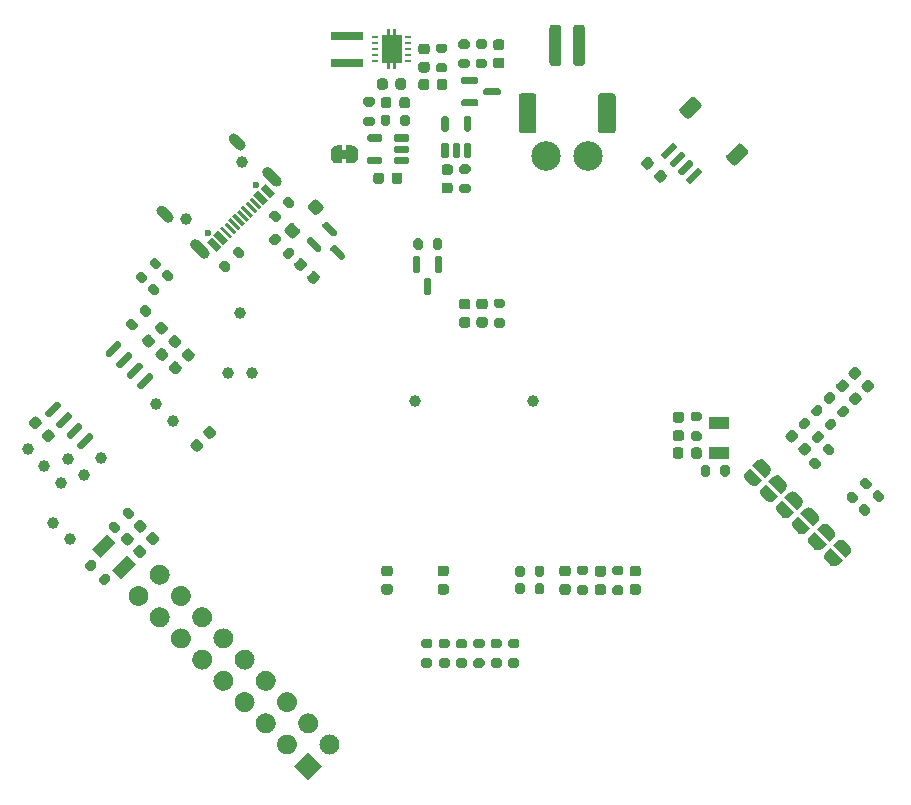
<source format=gbs>
G04 #@! TF.GenerationSoftware,KiCad,Pcbnew,7.0.8-7.0.8~ubuntu23.04.1*
G04 #@! TF.CreationDate,2023-11-14T21:47:51+00:00*
G04 #@! TF.ProjectId,demo-badge-2023,64656d6f-2d62-4616-9467-652d32303233,1*
G04 #@! TF.SameCoordinates,Original*
G04 #@! TF.FileFunction,Soldermask,Bot*
G04 #@! TF.FilePolarity,Negative*
%FSLAX46Y46*%
G04 Gerber Fmt 4.6, Leading zero omitted, Abs format (unit mm)*
G04 Created by KiCad (PCBNEW 7.0.8-7.0.8~ubuntu23.04.1) date 2023-11-14 21:47:51*
%MOMM*%
%LPD*%
G01*
G04 APERTURE LIST*
%ADD10C,0.150000*%
%ADD11C,1.000000*%
%ADD12C,0.990600*%
%ADD13C,0.900000*%
%ADD14R,1.800000X1.000000*%
%ADD15C,2.500000*%
%ADD16R,0.600000X0.240000*%
%ADD17R,2.700000X0.800000*%
%ADD18C,0.600000*%
G04 APERTURE END LIST*
D10*
X118928251Y-65848000D02*
X119728251Y-65848000D01*
X119728251Y-66448000D01*
X118928251Y-66448000D01*
X118928251Y-65848000D01*
G36*
X118928251Y-65848000D02*
G01*
X119728251Y-65848000D01*
X119728251Y-66448000D01*
X118928251Y-66448000D01*
X118928251Y-65848000D01*
G37*
D11*
X125300000Y-86998000D03*
X135300000Y-86998000D03*
D12*
X110516000Y-79568000D03*
X111532000Y-84648000D03*
X109500000Y-84648000D03*
D13*
X110712563Y-66826237D03*
X105904237Y-71634563D03*
D11*
X110713586Y-66822326D03*
X105905260Y-71630652D03*
G36*
G01*
X162078617Y-84542971D02*
X162432171Y-84189417D01*
G75*
G02*
X162750369Y-84189417I159099J-159099D01*
G01*
X163068567Y-84507615D01*
G75*
G02*
X163068567Y-84825813I-159099J-159099D01*
G01*
X162715013Y-85179367D01*
G75*
G02*
X162396815Y-85179367I-159099J159099D01*
G01*
X162078617Y-84861169D01*
G75*
G02*
X162078617Y-84542971I159099J159099D01*
G01*
G37*
G36*
G01*
X163174633Y-85638987D02*
X163528187Y-85285433D01*
G75*
G02*
X163846385Y-85285433I159099J-159099D01*
G01*
X164164583Y-85603631D01*
G75*
G02*
X164164583Y-85921829I-159099J-159099D01*
G01*
X163811029Y-86275383D01*
G75*
G02*
X163492831Y-86275383I-159099J159099D01*
G01*
X163174633Y-85957185D01*
G75*
G02*
X163174633Y-85638987I159099J159099D01*
G01*
G37*
G36*
G01*
X149596858Y-91194624D02*
X149596858Y-91694624D01*
G75*
G02*
X149371858Y-91919624I-225000J0D01*
G01*
X148921858Y-91919624D01*
G75*
G02*
X148696858Y-91694624I0J225000D01*
G01*
X148696858Y-91194624D01*
G75*
G02*
X148921858Y-90969624I225000J0D01*
G01*
X149371858Y-90969624D01*
G75*
G02*
X149596858Y-91194624I0J-225000D01*
G01*
G37*
G36*
G01*
X148046858Y-91194624D02*
X148046858Y-91694624D01*
G75*
G02*
X147821858Y-91919624I-225000J0D01*
G01*
X147371858Y-91919624D01*
G75*
G02*
X147146858Y-91694624I0J225000D01*
G01*
X147146858Y-91194624D01*
G75*
G02*
X147371858Y-90969624I225000J0D01*
G01*
X147821858Y-90969624D01*
G75*
G02*
X148046858Y-91194624I0J-225000D01*
G01*
G37*
D14*
X151065935Y-88937389D03*
X151065935Y-91437389D03*
G36*
G01*
X162246649Y-95691060D02*
X161857740Y-95302151D01*
G75*
G02*
X161857740Y-95019309I141421J141421D01*
G01*
X162140583Y-94736466D01*
G75*
G02*
X162423425Y-94736466I141421J-141421D01*
G01*
X162812334Y-95125375D01*
G75*
G02*
X162812334Y-95408217I-141421J-141421D01*
G01*
X162529491Y-95691060D01*
G75*
G02*
X162246649Y-95691060I-141421J141421D01*
G01*
G37*
G36*
G01*
X163413375Y-94524334D02*
X163024466Y-94135425D01*
G75*
G02*
X163024466Y-93852583I141421J141421D01*
G01*
X163307309Y-93569740D01*
G75*
G02*
X163590151Y-93569740I141421J-141421D01*
G01*
X163979060Y-93958649D01*
G75*
G02*
X163979060Y-94241491I-141421J-141421D01*
G01*
X163696217Y-94524334D01*
G75*
G02*
X163413375Y-94524334I-141421J141421D01*
G01*
G37*
G36*
X116280256Y-119114543D02*
G01*
X115078174Y-117912461D01*
X116280256Y-116710379D01*
X117482338Y-117912461D01*
X116280256Y-119114543D01*
G37*
G36*
G01*
X117475266Y-116717451D02*
X117475266Y-116717451D01*
G75*
G02*
X117475266Y-115515369I601041J601041D01*
G01*
X117475266Y-115515369D01*
G75*
G02*
X118677348Y-115515369I601041J-601041D01*
G01*
X118677348Y-115515369D01*
G75*
G02*
X118677348Y-116717451I-601041J-601041D01*
G01*
X118677348Y-116717451D01*
G75*
G02*
X117475266Y-116717451I-601041J601041D01*
G01*
G37*
G36*
G01*
X113883164Y-116717451D02*
X113883164Y-116717451D01*
G75*
G02*
X113883164Y-115515369I601041J601041D01*
G01*
X113883164Y-115515369D01*
G75*
G02*
X115085246Y-115515369I601041J-601041D01*
G01*
X115085246Y-115515369D01*
G75*
G02*
X115085246Y-116717451I-601041J-601041D01*
G01*
X115085246Y-116717451D01*
G75*
G02*
X113883164Y-116717451I-601041J601041D01*
G01*
G37*
G36*
G01*
X115679215Y-114921400D02*
X115679215Y-114921400D01*
G75*
G02*
X115679215Y-113719318I601041J601041D01*
G01*
X115679215Y-113719318D01*
G75*
G02*
X116881297Y-113719318I601041J-601041D01*
G01*
X116881297Y-113719318D01*
G75*
G02*
X116881297Y-114921400I-601041J-601041D01*
G01*
X116881297Y-114921400D01*
G75*
G02*
X115679215Y-114921400I-601041J601041D01*
G01*
G37*
G36*
G01*
X112087113Y-114921400D02*
X112087113Y-114921400D01*
G75*
G02*
X112087113Y-113719318I601041J601041D01*
G01*
X112087113Y-113719318D01*
G75*
G02*
X113289195Y-113719318I601041J-601041D01*
G01*
X113289195Y-113719318D01*
G75*
G02*
X113289195Y-114921400I-601041J-601041D01*
G01*
X113289195Y-114921400D01*
G75*
G02*
X112087113Y-114921400I-601041J601041D01*
G01*
G37*
G36*
G01*
X113883164Y-113125348D02*
X113883164Y-113125348D01*
G75*
G02*
X113883164Y-111923266I601041J601041D01*
G01*
X113883164Y-111923266D01*
G75*
G02*
X115085246Y-111923266I601041J-601041D01*
G01*
X115085246Y-111923266D01*
G75*
G02*
X115085246Y-113125348I-601041J-601041D01*
G01*
X115085246Y-113125348D01*
G75*
G02*
X113883164Y-113125348I-601041J601041D01*
G01*
G37*
G36*
G01*
X110291061Y-113125348D02*
X110291061Y-113125348D01*
G75*
G02*
X110291061Y-111923266I601041J601041D01*
G01*
X110291061Y-111923266D01*
G75*
G02*
X111493143Y-111923266I601041J-601041D01*
G01*
X111493143Y-111923266D01*
G75*
G02*
X111493143Y-113125348I-601041J-601041D01*
G01*
X111493143Y-113125348D01*
G75*
G02*
X110291061Y-113125348I-601041J601041D01*
G01*
G37*
G36*
G01*
X112087113Y-111329297D02*
X112087113Y-111329297D01*
G75*
G02*
X112087113Y-110127215I601041J601041D01*
G01*
X112087113Y-110127215D01*
G75*
G02*
X113289195Y-110127215I601041J-601041D01*
G01*
X113289195Y-110127215D01*
G75*
G02*
X113289195Y-111329297I-601041J-601041D01*
G01*
X113289195Y-111329297D01*
G75*
G02*
X112087113Y-111329297I-601041J601041D01*
G01*
G37*
G36*
G01*
X108495010Y-111329297D02*
X108495010Y-111329297D01*
G75*
G02*
X108495010Y-110127215I601041J601041D01*
G01*
X108495010Y-110127215D01*
G75*
G02*
X109697092Y-110127215I601041J-601041D01*
G01*
X109697092Y-110127215D01*
G75*
G02*
X109697092Y-111329297I-601041J-601041D01*
G01*
X109697092Y-111329297D01*
G75*
G02*
X108495010Y-111329297I-601041J601041D01*
G01*
G37*
G36*
G01*
X110291061Y-109533246D02*
X110291061Y-109533246D01*
G75*
G02*
X110291061Y-108331164I601041J601041D01*
G01*
X110291061Y-108331164D01*
G75*
G02*
X111493143Y-108331164I601041J-601041D01*
G01*
X111493143Y-108331164D01*
G75*
G02*
X111493143Y-109533246I-601041J-601041D01*
G01*
X111493143Y-109533246D01*
G75*
G02*
X110291061Y-109533246I-601041J601041D01*
G01*
G37*
G36*
G01*
X106698959Y-109533246D02*
X106698959Y-109533246D01*
G75*
G02*
X106698959Y-108331164I601041J601041D01*
G01*
X106698959Y-108331164D01*
G75*
G02*
X107901041Y-108331164I601041J-601041D01*
G01*
X107901041Y-108331164D01*
G75*
G02*
X107901041Y-109533246I-601041J-601041D01*
G01*
X107901041Y-109533246D01*
G75*
G02*
X106698959Y-109533246I-601041J601041D01*
G01*
G37*
G36*
G01*
X108495010Y-107737195D02*
X108495010Y-107737195D01*
G75*
G02*
X108495010Y-106535113I601041J601041D01*
G01*
X108495010Y-106535113D01*
G75*
G02*
X109697092Y-106535113I601041J-601041D01*
G01*
X109697092Y-106535113D01*
G75*
G02*
X109697092Y-107737195I-601041J-601041D01*
G01*
X109697092Y-107737195D01*
G75*
G02*
X108495010Y-107737195I-601041J601041D01*
G01*
G37*
G36*
G01*
X104902908Y-107737195D02*
X104902908Y-107737195D01*
G75*
G02*
X104902908Y-106535113I601041J601041D01*
G01*
X104902908Y-106535113D01*
G75*
G02*
X106104990Y-106535113I601041J-601041D01*
G01*
X106104990Y-106535113D01*
G75*
G02*
X106104990Y-107737195I-601041J-601041D01*
G01*
X106104990Y-107737195D01*
G75*
G02*
X104902908Y-107737195I-601041J601041D01*
G01*
G37*
G36*
G01*
X106698959Y-105941143D02*
X106698959Y-105941143D01*
G75*
G02*
X106698959Y-104739061I601041J601041D01*
G01*
X106698959Y-104739061D01*
G75*
G02*
X107901041Y-104739061I601041J-601041D01*
G01*
X107901041Y-104739061D01*
G75*
G02*
X107901041Y-105941143I-601041J-601041D01*
G01*
X107901041Y-105941143D01*
G75*
G02*
X106698959Y-105941143I-601041J601041D01*
G01*
G37*
G36*
G01*
X103106856Y-105941143D02*
X103106856Y-105941143D01*
G75*
G02*
X103106856Y-104739061I601041J601041D01*
G01*
X103106856Y-104739061D01*
G75*
G02*
X104308938Y-104739061I601041J-601041D01*
G01*
X104308938Y-104739061D01*
G75*
G02*
X104308938Y-105941143I-601041J-601041D01*
G01*
X104308938Y-105941143D01*
G75*
G02*
X103106856Y-105941143I-601041J601041D01*
G01*
G37*
G36*
G01*
X104902908Y-104145092D02*
X104902908Y-104145092D01*
G75*
G02*
X104902908Y-102943010I601041J601041D01*
G01*
X104902908Y-102943010D01*
G75*
G02*
X106104990Y-102943010I601041J-601041D01*
G01*
X106104990Y-102943010D01*
G75*
G02*
X106104990Y-104145092I-601041J-601041D01*
G01*
X106104990Y-104145092D01*
G75*
G02*
X104902908Y-104145092I-601041J601041D01*
G01*
G37*
G36*
G01*
X101310805Y-104145092D02*
X101310805Y-104145092D01*
G75*
G02*
X101310805Y-102943010I601041J601041D01*
G01*
X101310805Y-102943010D01*
G75*
G02*
X102512887Y-102943010I601041J-601041D01*
G01*
X102512887Y-102943010D01*
G75*
G02*
X102512887Y-104145092I-601041J-601041D01*
G01*
X102512887Y-104145092D01*
G75*
G02*
X101310805Y-104145092I-601041J601041D01*
G01*
G37*
G36*
G01*
X103106856Y-102349041D02*
X103106856Y-102349041D01*
G75*
G02*
X103106856Y-101146959I601041J601041D01*
G01*
X103106856Y-101146959D01*
G75*
G02*
X104308938Y-101146959I601041J-601041D01*
G01*
X104308938Y-101146959D01*
G75*
G02*
X104308938Y-102349041I-601041J-601041D01*
G01*
X104308938Y-102349041D01*
G75*
G02*
X103106856Y-102349041I-601041J601041D01*
G01*
G37*
G36*
G01*
X103755852Y-83586264D02*
X103402298Y-83232710D01*
G75*
G02*
X103402298Y-82914512I159099J159099D01*
G01*
X103720496Y-82596314D01*
G75*
G02*
X104038694Y-82596314I159099J-159099D01*
G01*
X104392248Y-82949868D01*
G75*
G02*
X104392248Y-83268066I-159099J-159099D01*
G01*
X104074050Y-83586264D01*
G75*
G02*
X103755852Y-83586264I-159099J159099D01*
G01*
G37*
G36*
G01*
X104851868Y-82490248D02*
X104498314Y-82136694D01*
G75*
G02*
X104498314Y-81818496I159099J159099D01*
G01*
X104816512Y-81500298D01*
G75*
G02*
X105134710Y-81500298I159099J-159099D01*
G01*
X105488264Y-81853852D01*
G75*
G02*
X105488264Y-82172050I-159099J-159099D01*
G01*
X105170066Y-82490248D01*
G75*
G02*
X104851868Y-82490248I-159099J159099D01*
G01*
G37*
G36*
G01*
X121701553Y-63754800D02*
X121151553Y-63754800D01*
G75*
G02*
X120951553Y-63554800I0J200000D01*
G01*
X120951553Y-63154800D01*
G75*
G02*
X121151553Y-62954800I200000J0D01*
G01*
X121701553Y-62954800D01*
G75*
G02*
X121901553Y-63154800I0J-200000D01*
G01*
X121901553Y-63554800D01*
G75*
G02*
X121701553Y-63754800I-200000J0D01*
G01*
G37*
G36*
G01*
X121701553Y-62104800D02*
X121151553Y-62104800D01*
G75*
G02*
X120951553Y-61904800I0J200000D01*
G01*
X120951553Y-61504800D01*
G75*
G02*
X121151553Y-61304800I200000J0D01*
G01*
X121701553Y-61304800D01*
G75*
G02*
X121901553Y-61504800I0J-200000D01*
G01*
X121901553Y-61904800D01*
G75*
G02*
X121701553Y-62104800I-200000J0D01*
G01*
G37*
D11*
X93945786Y-92533786D03*
G36*
G01*
X129187800Y-56419600D02*
X129737800Y-56419600D01*
G75*
G02*
X129937800Y-56619600I0J-200000D01*
G01*
X129937800Y-57019600D01*
G75*
G02*
X129737800Y-57219600I-200000J0D01*
G01*
X129187800Y-57219600D01*
G75*
G02*
X128987800Y-57019600I0J200000D01*
G01*
X128987800Y-56619600D01*
G75*
G02*
X129187800Y-56419600I200000J0D01*
G01*
G37*
G36*
G01*
X129187800Y-58069600D02*
X129737800Y-58069600D01*
G75*
G02*
X129937800Y-58269600I0J-200000D01*
G01*
X129937800Y-58669600D01*
G75*
G02*
X129737800Y-58869600I-200000J0D01*
G01*
X129187800Y-58869600D01*
G75*
G02*
X128987800Y-58669600I0J200000D01*
G01*
X128987800Y-58269600D01*
G75*
G02*
X129187800Y-58069600I200000J0D01*
G01*
G37*
G36*
G01*
X99519283Y-102228894D02*
X99130374Y-102617803D01*
G75*
G02*
X98847532Y-102617803I-141421J141421D01*
G01*
X98564689Y-102334960D01*
G75*
G02*
X98564689Y-102052118I141421J141421D01*
G01*
X98953598Y-101663209D01*
G75*
G02*
X99236440Y-101663209I141421J-141421D01*
G01*
X99519283Y-101946052D01*
G75*
G02*
X99519283Y-102228894I-141421J-141421D01*
G01*
G37*
G36*
G01*
X98352557Y-101062168D02*
X97963648Y-101451077D01*
G75*
G02*
X97680806Y-101451077I-141421J141421D01*
G01*
X97397963Y-101168234D01*
G75*
G02*
X97397963Y-100885392I141421J141421D01*
G01*
X97786872Y-100496483D01*
G75*
G02*
X98069714Y-100496483I141421J-141421D01*
G01*
X98352557Y-100779326D01*
G75*
G02*
X98352557Y-101062168I-141421J-141421D01*
G01*
G37*
D15*
X136400000Y-66298000D03*
G36*
G01*
X157793740Y-88827849D02*
X158182649Y-88438940D01*
G75*
G02*
X158465491Y-88438940I141421J-141421D01*
G01*
X158748334Y-88721783D01*
G75*
G02*
X158748334Y-89004625I-141421J-141421D01*
G01*
X158359425Y-89393534D01*
G75*
G02*
X158076583Y-89393534I-141421J141421D01*
G01*
X157793740Y-89110691D01*
G75*
G02*
X157793740Y-88827849I141421J141421D01*
G01*
G37*
G36*
G01*
X158960466Y-89994575D02*
X159349375Y-89605666D01*
G75*
G02*
X159632217Y-89605666I141421J-141421D01*
G01*
X159915060Y-89888509D01*
G75*
G02*
X159915060Y-90171351I-141421J-141421D01*
G01*
X159526151Y-90560260D01*
G75*
G02*
X159243309Y-90560260I-141421J141421D01*
G01*
X158960466Y-90277417D01*
G75*
G02*
X158960466Y-89994575I141421J141421D01*
G01*
G37*
G36*
G01*
X128295601Y-69448000D02*
X127795601Y-69448000D01*
G75*
G02*
X127570601Y-69223000I0J225000D01*
G01*
X127570601Y-68773000D01*
G75*
G02*
X127795601Y-68548000I225000J0D01*
G01*
X128295601Y-68548000D01*
G75*
G02*
X128520601Y-68773000I0J-225000D01*
G01*
X128520601Y-69223000D01*
G75*
G02*
X128295601Y-69448000I-225000J0D01*
G01*
G37*
G36*
G01*
X128295601Y-67898000D02*
X127795601Y-67898000D01*
G75*
G02*
X127570601Y-67673000I0J225000D01*
G01*
X127570601Y-67223000D01*
G75*
G02*
X127795601Y-66998000I225000J0D01*
G01*
X128295601Y-66998000D01*
G75*
G02*
X128520601Y-67223000I0J-225000D01*
G01*
X128520601Y-67673000D01*
G75*
G02*
X128295601Y-67898000I-225000J0D01*
G01*
G37*
G36*
G01*
X104890758Y-84721170D02*
X104537204Y-84367616D01*
G75*
G02*
X104537204Y-84049418I159099J159099D01*
G01*
X104855402Y-83731220D01*
G75*
G02*
X105173600Y-83731220I159099J-159099D01*
G01*
X105527154Y-84084774D01*
G75*
G02*
X105527154Y-84402972I-159099J-159099D01*
G01*
X105208956Y-84721170D01*
G75*
G02*
X104890758Y-84721170I-159099J159099D01*
G01*
G37*
G36*
G01*
X105986774Y-83625154D02*
X105633220Y-83271600D01*
G75*
G02*
X105633220Y-82953402I159099J159099D01*
G01*
X105951418Y-82635204D01*
G75*
G02*
X106269616Y-82635204I159099J-159099D01*
G01*
X106623170Y-82988758D01*
G75*
G02*
X106623170Y-83306956I-159099J-159099D01*
G01*
X106304972Y-83625154D01*
G75*
G02*
X105986774Y-83625154I-159099J159099D01*
G01*
G37*
G36*
G01*
X131011600Y-109622200D02*
X130461600Y-109622200D01*
G75*
G02*
X130261600Y-109422200I0J200000D01*
G01*
X130261600Y-109022200D01*
G75*
G02*
X130461600Y-108822200I200000J0D01*
G01*
X131011600Y-108822200D01*
G75*
G02*
X131211600Y-109022200I0J-200000D01*
G01*
X131211600Y-109422200D01*
G75*
G02*
X131011600Y-109622200I-200000J0D01*
G01*
G37*
G36*
G01*
X131011600Y-107972200D02*
X130461600Y-107972200D01*
G75*
G02*
X130261600Y-107772200I0J200000D01*
G01*
X130261600Y-107372200D01*
G75*
G02*
X130461600Y-107172200I200000J0D01*
G01*
X131011600Y-107172200D01*
G75*
G02*
X131211600Y-107372200I0J-200000D01*
G01*
X131211600Y-107772200D01*
G75*
G02*
X131011600Y-107972200I-200000J0D01*
G01*
G37*
G36*
G01*
X132484800Y-109622200D02*
X131934800Y-109622200D01*
G75*
G02*
X131734800Y-109422200I0J200000D01*
G01*
X131734800Y-109022200D01*
G75*
G02*
X131934800Y-108822200I200000J0D01*
G01*
X132484800Y-108822200D01*
G75*
G02*
X132684800Y-109022200I0J-200000D01*
G01*
X132684800Y-109422200D01*
G75*
G02*
X132484800Y-109622200I-200000J0D01*
G01*
G37*
G36*
G01*
X132484800Y-107972200D02*
X131934800Y-107972200D01*
G75*
G02*
X131734800Y-107772200I0J200000D01*
G01*
X131734800Y-107372200D01*
G75*
G02*
X131934800Y-107172200I200000J0D01*
G01*
X132484800Y-107172200D01*
G75*
G02*
X132684800Y-107372200I0J-200000D01*
G01*
X132684800Y-107772200D01*
G75*
G02*
X132484800Y-107972200I-200000J0D01*
G01*
G37*
G36*
G01*
X100823757Y-99230763D02*
X100470203Y-98877209D01*
G75*
G02*
X100470203Y-98559011I159099J159099D01*
G01*
X100788401Y-98240813D01*
G75*
G02*
X101106599Y-98240813I159099J-159099D01*
G01*
X101460153Y-98594367D01*
G75*
G02*
X101460153Y-98912565I-159099J-159099D01*
G01*
X101141955Y-99230763D01*
G75*
G02*
X100823757Y-99230763I-159099J159099D01*
G01*
G37*
G36*
G01*
X101919773Y-98134747D02*
X101566219Y-97781193D01*
G75*
G02*
X101566219Y-97462995I159099J159099D01*
G01*
X101884417Y-97144797D01*
G75*
G02*
X102202615Y-97144797I159099J-159099D01*
G01*
X102556169Y-97498351D01*
G75*
G02*
X102556169Y-97816549I-159099J-159099D01*
G01*
X102237971Y-98134747D01*
G75*
G02*
X101919773Y-98134747I-159099J159099D01*
G01*
G37*
G36*
G01*
X101144374Y-96084083D02*
X101533283Y-96472992D01*
G75*
G02*
X101533283Y-96755834I-141421J-141421D01*
G01*
X101250440Y-97038677D01*
G75*
G02*
X100967598Y-97038677I-141421J141421D01*
G01*
X100578689Y-96649768D01*
G75*
G02*
X100578689Y-96366926I141421J141421D01*
G01*
X100861532Y-96084083D01*
G75*
G02*
X101144374Y-96084083I141421J-141421D01*
G01*
G37*
G36*
G01*
X99977648Y-97250809D02*
X100366557Y-97639718D01*
G75*
G02*
X100366557Y-97922560I-141421J-141421D01*
G01*
X100083714Y-98205403D01*
G75*
G02*
X99800872Y-98205403I-141421J141421D01*
G01*
X99411963Y-97816494D01*
G75*
G02*
X99411963Y-97533652I141421J141421D01*
G01*
X99694806Y-97250809D01*
G75*
G02*
X99977648Y-97250809I141421J-141421D01*
G01*
G37*
D16*
X121960400Y-58233600D03*
X121960400Y-57733600D03*
X121960400Y-57233600D03*
X121960400Y-56733600D03*
X121960400Y-56233600D03*
X124760400Y-56233600D03*
X124760400Y-56733600D03*
X124760400Y-57233600D03*
X124760400Y-57733600D03*
X124760400Y-58233600D03*
G36*
X123235400Y-56033600D02*
G01*
X123485400Y-56033600D01*
X123485400Y-55533600D01*
X123735400Y-55533600D01*
X123735400Y-56033600D01*
X124185400Y-56033600D01*
X124185400Y-58433600D01*
X123735400Y-58433600D01*
X123735400Y-58933600D01*
X123485400Y-58933600D01*
X123485400Y-58433600D01*
X123235400Y-58433600D01*
X123235400Y-58933600D01*
X122985400Y-58933600D01*
X122985400Y-58433600D01*
X122535400Y-58433600D01*
X122535400Y-56033600D01*
X122985400Y-56033600D01*
X122985400Y-55533600D01*
X123235400Y-55533600D01*
X123235400Y-56033600D01*
G37*
D15*
X140000000Y-66298000D03*
G36*
G01*
X100254261Y-81991237D02*
X100466393Y-82203369D01*
G75*
G02*
X100466393Y-82415501I-106066J-106066D01*
G01*
X99547155Y-83334739D01*
G75*
G02*
X99335023Y-83334739I-106066J106066D01*
G01*
X99122891Y-83122607D01*
G75*
G02*
X99122891Y-82910475I106066J106066D01*
G01*
X100042129Y-81991237D01*
G75*
G02*
X100254261Y-81991237I106066J-106066D01*
G01*
G37*
G36*
G01*
X101152287Y-82889263D02*
X101364419Y-83101395D01*
G75*
G02*
X101364419Y-83313527I-106066J-106066D01*
G01*
X100445181Y-84232765D01*
G75*
G02*
X100233049Y-84232765I-106066J106066D01*
G01*
X100020917Y-84020633D01*
G75*
G02*
X100020917Y-83808501I106066J106066D01*
G01*
X100940155Y-82889263D01*
G75*
G02*
X101152287Y-82889263I106066J-106066D01*
G01*
G37*
G36*
G01*
X102050312Y-83787288D02*
X102262444Y-83999420D01*
G75*
G02*
X102262444Y-84211552I-106066J-106066D01*
G01*
X101343206Y-85130790D01*
G75*
G02*
X101131074Y-85130790I-106066J106066D01*
G01*
X100918942Y-84918658D01*
G75*
G02*
X100918942Y-84706526I106066J106066D01*
G01*
X101838180Y-83787288D01*
G75*
G02*
X102050312Y-83787288I106066J-106066D01*
G01*
G37*
G36*
G01*
X102948338Y-84685314D02*
X103160470Y-84897446D01*
G75*
G02*
X103160470Y-85109578I-106066J-106066D01*
G01*
X102241232Y-86028816D01*
G75*
G02*
X102029100Y-86028816I-106066J106066D01*
G01*
X101816968Y-85816684D01*
G75*
G02*
X101816968Y-85604552I106066J106066D01*
G01*
X102736206Y-84685314D01*
G75*
G02*
X102948338Y-84685314I106066J-106066D01*
G01*
G37*
G36*
G01*
X97857169Y-89776483D02*
X98069301Y-89988615D01*
G75*
G02*
X98069301Y-90200747I-106066J-106066D01*
G01*
X97150063Y-91119985D01*
G75*
G02*
X96937931Y-91119985I-106066J106066D01*
G01*
X96725799Y-90907853D01*
G75*
G02*
X96725799Y-90695721I106066J106066D01*
G01*
X97645037Y-89776483D01*
G75*
G02*
X97857169Y-89776483I106066J-106066D01*
G01*
G37*
G36*
G01*
X96959143Y-88878457D02*
X97171275Y-89090589D01*
G75*
G02*
X97171275Y-89302721I-106066J-106066D01*
G01*
X96252037Y-90221959D01*
G75*
G02*
X96039905Y-90221959I-106066J106066D01*
G01*
X95827773Y-90009827D01*
G75*
G02*
X95827773Y-89797695I106066J106066D01*
G01*
X96747011Y-88878457D01*
G75*
G02*
X96959143Y-88878457I106066J-106066D01*
G01*
G37*
G36*
G01*
X96061118Y-87980432D02*
X96273250Y-88192564D01*
G75*
G02*
X96273250Y-88404696I-106066J-106066D01*
G01*
X95354012Y-89323934D01*
G75*
G02*
X95141880Y-89323934I-106066J106066D01*
G01*
X94929748Y-89111802D01*
G75*
G02*
X94929748Y-88899670I106066J106066D01*
G01*
X95848986Y-87980432D01*
G75*
G02*
X96061118Y-87980432I106066J-106066D01*
G01*
G37*
G36*
G01*
X95163092Y-87082406D02*
X95375224Y-87294538D01*
G75*
G02*
X95375224Y-87506670I-106066J-106066D01*
G01*
X94455986Y-88425908D01*
G75*
G02*
X94243854Y-88425908I-106066J106066D01*
G01*
X94031722Y-88213776D01*
G75*
G02*
X94031722Y-88001644I106066J106066D01*
G01*
X94950960Y-87082406D01*
G75*
G02*
X95163092Y-87082406I106066J-106066D01*
G01*
G37*
G36*
X119178251Y-66898000D02*
G01*
X118678251Y-66898000D01*
X118678251Y-66892911D01*
X118607094Y-66892911D01*
X118470543Y-66852816D01*
X118350821Y-66775875D01*
X118257624Y-66668320D01*
X118198505Y-66538866D01*
X118178251Y-66398000D01*
X118178251Y-65898000D01*
X118198505Y-65757134D01*
X118257624Y-65627680D01*
X118350821Y-65520125D01*
X118470543Y-65443184D01*
X118607094Y-65403089D01*
X118678251Y-65403089D01*
X118678251Y-65398000D01*
X119178251Y-65398000D01*
X119178251Y-66898000D01*
G37*
G36*
X119978251Y-65403089D02*
G01*
X120049408Y-65403089D01*
X120185959Y-65443184D01*
X120305681Y-65520125D01*
X120398878Y-65627680D01*
X120457997Y-65757134D01*
X120478251Y-65898000D01*
X120478251Y-66398000D01*
X120457997Y-66538866D01*
X120398878Y-66668320D01*
X120305681Y-66775875D01*
X120185959Y-66852816D01*
X120049408Y-66892911D01*
X119978251Y-66892911D01*
X119978251Y-66898000D01*
X119478251Y-66898000D01*
X119478251Y-65398000D01*
X119978251Y-65398000D01*
X119978251Y-65403089D01*
G37*
G36*
G01*
X156733825Y-89866179D02*
X157087379Y-89512625D01*
G75*
G02*
X157405577Y-89512625I159099J-159099D01*
G01*
X157723775Y-89830823D01*
G75*
G02*
X157723775Y-90149021I-159099J-159099D01*
G01*
X157370221Y-90502575D01*
G75*
G02*
X157052023Y-90502575I-159099J159099D01*
G01*
X156733825Y-90184377D01*
G75*
G02*
X156733825Y-89866179I159099J159099D01*
G01*
G37*
G36*
G01*
X157829841Y-90962195D02*
X158183395Y-90608641D01*
G75*
G02*
X158501593Y-90608641I159099J-159099D01*
G01*
X158819791Y-90926839D01*
G75*
G02*
X158819791Y-91245037I-159099J-159099D01*
G01*
X158466237Y-91598591D01*
G75*
G02*
X158148039Y-91598591I-159099J159099D01*
G01*
X157829841Y-91280393D01*
G75*
G02*
X157829841Y-90962195I159099J159099D01*
G01*
G37*
G36*
G01*
X108089429Y-89205017D02*
X108442983Y-89558571D01*
G75*
G02*
X108442983Y-89876769I-159099J-159099D01*
G01*
X108124785Y-90194967D01*
G75*
G02*
X107806587Y-90194967I-159099J159099D01*
G01*
X107453033Y-89841413D01*
G75*
G02*
X107453033Y-89523215I159099J159099D01*
G01*
X107771231Y-89205017D01*
G75*
G02*
X108089429Y-89205017I159099J-159099D01*
G01*
G37*
G36*
G01*
X106993413Y-90301033D02*
X107346967Y-90654587D01*
G75*
G02*
X107346967Y-90972785I-159099J-159099D01*
G01*
X107028769Y-91290983D01*
G75*
G02*
X106710571Y-91290983I-159099J159099D01*
G01*
X106357017Y-90937429D01*
G75*
G02*
X106357017Y-90619231I159099J159099D01*
G01*
X106675215Y-90301033D01*
G75*
G02*
X106993413Y-90301033I159099J-159099D01*
G01*
G37*
G36*
G01*
X129212500Y-61948000D02*
X129212500Y-61648000D01*
G75*
G02*
X129362500Y-61498000I150000J0D01*
G01*
X130537500Y-61498000D01*
G75*
G02*
X130687500Y-61648000I0J-150000D01*
G01*
X130687500Y-61948000D01*
G75*
G02*
X130537500Y-62098000I-150000J0D01*
G01*
X129362500Y-62098000D01*
G75*
G02*
X129212500Y-61948000I0J150000D01*
G01*
G37*
G36*
G01*
X129212500Y-60048000D02*
X129212500Y-59748000D01*
G75*
G02*
X129362500Y-59598000I150000J0D01*
G01*
X130537500Y-59598000D01*
G75*
G02*
X130687500Y-59748000I0J-150000D01*
G01*
X130687500Y-60048000D01*
G75*
G02*
X130537500Y-60198000I-150000J0D01*
G01*
X129362500Y-60198000D01*
G75*
G02*
X129212500Y-60048000I0J150000D01*
G01*
G37*
G36*
G01*
X131087500Y-60998000D02*
X131087500Y-60698000D01*
G75*
G02*
X131237500Y-60548000I150000J0D01*
G01*
X132412500Y-60548000D01*
G75*
G02*
X132562500Y-60698000I0J-150000D01*
G01*
X132562500Y-60998000D01*
G75*
G02*
X132412500Y-61148000I-150000J0D01*
G01*
X131237500Y-61148000D01*
G75*
G02*
X131087500Y-60998000I0J150000D01*
G01*
G37*
G36*
G01*
X129776800Y-80823000D02*
X129276800Y-80823000D01*
G75*
G02*
X129051800Y-80598000I0J225000D01*
G01*
X129051800Y-80148000D01*
G75*
G02*
X129276800Y-79923000I225000J0D01*
G01*
X129776800Y-79923000D01*
G75*
G02*
X130001800Y-80148000I0J-225000D01*
G01*
X130001800Y-80598000D01*
G75*
G02*
X129776800Y-80823000I-225000J0D01*
G01*
G37*
G36*
G01*
X129776800Y-79273000D02*
X129276800Y-79273000D01*
G75*
G02*
X129051800Y-79048000I0J225000D01*
G01*
X129051800Y-78598000D01*
G75*
G02*
X129276800Y-78373000I225000J0D01*
G01*
X129776800Y-78373000D01*
G75*
G02*
X130001800Y-78598000I0J-225000D01*
G01*
X130001800Y-79048000D01*
G75*
G02*
X129776800Y-79273000I-225000J0D01*
G01*
G37*
G36*
X156601335Y-95187803D02*
G01*
X156954888Y-94834250D01*
X156958486Y-94837848D01*
X157008802Y-94787533D01*
X157133710Y-94719328D01*
X157272771Y-94689077D01*
X157414724Y-94699230D01*
X157548066Y-94748964D01*
X157661995Y-94834250D01*
X158015548Y-95187803D01*
X158100834Y-95301732D01*
X158150568Y-95435074D01*
X158160721Y-95577027D01*
X158130470Y-95716088D01*
X158062265Y-95840996D01*
X158011950Y-95891312D01*
X158015548Y-95894910D01*
X157661995Y-96248463D01*
X156601335Y-95187803D01*
G37*
G36*
X157092712Y-96810550D02*
G01*
X157042396Y-96860865D01*
X156917488Y-96929070D01*
X156778427Y-96959321D01*
X156636474Y-96949168D01*
X156503132Y-96899434D01*
X156389203Y-96814148D01*
X156035650Y-96460595D01*
X155950364Y-96346666D01*
X155900630Y-96213324D01*
X155890477Y-96071371D01*
X155920728Y-95932310D01*
X155988933Y-95807402D01*
X156039248Y-95757086D01*
X156035650Y-95753488D01*
X156389203Y-95399935D01*
X157449863Y-96460595D01*
X157096310Y-96814148D01*
X157092712Y-96810550D01*
G37*
D11*
X96120000Y-98738000D03*
G36*
G01*
X125618200Y-60488800D02*
X125618200Y-59988800D01*
G75*
G02*
X125843200Y-59763800I225000J0D01*
G01*
X126293200Y-59763800D01*
G75*
G02*
X126518200Y-59988800I0J-225000D01*
G01*
X126518200Y-60488800D01*
G75*
G02*
X126293200Y-60713800I-225000J0D01*
G01*
X125843200Y-60713800D01*
G75*
G02*
X125618200Y-60488800I0J225000D01*
G01*
G37*
G36*
G01*
X127168200Y-60488800D02*
X127168200Y-59988800D01*
G75*
G02*
X127393200Y-59763800I225000J0D01*
G01*
X127843200Y-59763800D01*
G75*
G02*
X128068200Y-59988800I0J-225000D01*
G01*
X128068200Y-60488800D01*
G75*
G02*
X127843200Y-60713800I-225000J0D01*
G01*
X127393200Y-60713800D01*
G75*
G02*
X127168200Y-60488800I0J225000D01*
G01*
G37*
G36*
G01*
X127279400Y-56766400D02*
X127829400Y-56766400D01*
G75*
G02*
X128029400Y-56966400I0J-200000D01*
G01*
X128029400Y-57366400D01*
G75*
G02*
X127829400Y-57566400I-200000J0D01*
G01*
X127279400Y-57566400D01*
G75*
G02*
X127079400Y-57366400I0J200000D01*
G01*
X127079400Y-56966400D01*
G75*
G02*
X127279400Y-56766400I200000J0D01*
G01*
G37*
G36*
G01*
X127279400Y-58416400D02*
X127829400Y-58416400D01*
G75*
G02*
X128029400Y-58616400I0J-200000D01*
G01*
X128029400Y-59016400D01*
G75*
G02*
X127829400Y-59216400I-200000J0D01*
G01*
X127279400Y-59216400D01*
G75*
G02*
X127079400Y-59016400I0J200000D01*
G01*
X127079400Y-58616400D01*
G75*
G02*
X127279400Y-58416400I200000J0D01*
G01*
G37*
G36*
G01*
X104465114Y-75953977D02*
X104854023Y-76342886D01*
G75*
G02*
X104854023Y-76625728I-141421J-141421D01*
G01*
X104571180Y-76908571D01*
G75*
G02*
X104288338Y-76908571I-141421J141421D01*
G01*
X103899429Y-76519662D01*
G75*
G02*
X103899429Y-76236820I141421J141421D01*
G01*
X104182272Y-75953977D01*
G75*
G02*
X104465114Y-75953977I141421J-141421D01*
G01*
G37*
G36*
G01*
X103298388Y-77120703D02*
X103687297Y-77509612D01*
G75*
G02*
X103687297Y-77792454I-141421J-141421D01*
G01*
X103404454Y-78075297D01*
G75*
G02*
X103121612Y-78075297I-141421J141421D01*
G01*
X102732703Y-77686388D01*
G75*
G02*
X102732703Y-77403546I141421J141421D01*
G01*
X103015546Y-77120703D01*
G75*
G02*
X103298388Y-77120703I141421J-141421D01*
G01*
G37*
G36*
G01*
X109136086Y-76106823D02*
X108747177Y-75717914D01*
G75*
G02*
X108747177Y-75435072I141421J141421D01*
G01*
X109030020Y-75152229D01*
G75*
G02*
X109312862Y-75152229I141421J-141421D01*
G01*
X109701771Y-75541138D01*
G75*
G02*
X109701771Y-75823980I-141421J-141421D01*
G01*
X109418928Y-76106823D01*
G75*
G02*
X109136086Y-76106823I-141421J141421D01*
G01*
G37*
G36*
G01*
X110302812Y-74940097D02*
X109913903Y-74551188D01*
G75*
G02*
X109913903Y-74268346I141421J141421D01*
G01*
X110196746Y-73985503D01*
G75*
G02*
X110479588Y-73985503I141421J-141421D01*
G01*
X110868497Y-74374412D01*
G75*
G02*
X110868497Y-74657254I-141421J-141421D01*
G01*
X110585654Y-74940097D01*
G75*
G02*
X110302812Y-74940097I-141421J141421D01*
G01*
G37*
X103364573Y-87292573D03*
G36*
G01*
X136274999Y-101173000D02*
X136274999Y-101723000D01*
G75*
G02*
X136074999Y-101923000I-200000J0D01*
G01*
X135674999Y-101923000D01*
G75*
G02*
X135474999Y-101723000I0J200000D01*
G01*
X135474999Y-101173000D01*
G75*
G02*
X135674999Y-100973000I200000J0D01*
G01*
X136074999Y-100973000D01*
G75*
G02*
X136274999Y-101173000I0J-200000D01*
G01*
G37*
G36*
G01*
X134624999Y-101173000D02*
X134624999Y-101723000D01*
G75*
G02*
X134424999Y-101923000I-200000J0D01*
G01*
X134024999Y-101923000D01*
G75*
G02*
X133824999Y-101723000I0J200000D01*
G01*
X133824999Y-101173000D01*
G75*
G02*
X134024999Y-100973000I200000J0D01*
G01*
X134424999Y-100973000D01*
G75*
G02*
X134624999Y-101173000I0J-200000D01*
G01*
G37*
G36*
G01*
X146167620Y-66089831D02*
X147051504Y-65205947D01*
G75*
G02*
X147263636Y-65205947I106066J-106066D01*
G01*
X147475768Y-65418079D01*
G75*
G02*
X147475768Y-65630211I-106066J-106066D01*
G01*
X146591884Y-66514095D01*
G75*
G02*
X146379752Y-66514095I-106066J106066D01*
G01*
X146167620Y-66301963D01*
G75*
G02*
X146167620Y-66089831I106066J106066D01*
G01*
G37*
G36*
G01*
X146874727Y-66796938D02*
X147758611Y-65913054D01*
G75*
G02*
X147970743Y-65913054I106066J-106066D01*
G01*
X148182875Y-66125186D01*
G75*
G02*
X148182875Y-66337318I-106066J-106066D01*
G01*
X147298991Y-67221202D01*
G75*
G02*
X147086859Y-67221202I-106066J106066D01*
G01*
X146874727Y-67009070D01*
G75*
G02*
X146874727Y-66796938I106066J106066D01*
G01*
G37*
G36*
G01*
X147581834Y-67504045D02*
X148465718Y-66620161D01*
G75*
G02*
X148677850Y-66620161I106066J-106066D01*
G01*
X148889982Y-66832293D01*
G75*
G02*
X148889982Y-67044425I-106066J-106066D01*
G01*
X148006098Y-67928309D01*
G75*
G02*
X147793966Y-67928309I-106066J106066D01*
G01*
X147581834Y-67716177D01*
G75*
G02*
X147581834Y-67504045I106066J106066D01*
G01*
G37*
G36*
G01*
X148288941Y-68211152D02*
X149172825Y-67327268D01*
G75*
G02*
X149384957Y-67327268I106066J-106066D01*
G01*
X149597089Y-67539400D01*
G75*
G02*
X149597089Y-67751532I-106066J-106066D01*
G01*
X148713205Y-68635416D01*
G75*
G02*
X148501073Y-68635416I-106066J106066D01*
G01*
X148288941Y-68423284D01*
G75*
G02*
X148288941Y-68211152I106066J106066D01*
G01*
G37*
G36*
G01*
X147758610Y-62236099D02*
X148677849Y-61316860D01*
G75*
G02*
X149031403Y-61316860I176777J-176777D01*
G01*
X149526378Y-61811835D01*
G75*
G02*
X149526378Y-62165389I-176777J-176777D01*
G01*
X148607139Y-63084628D01*
G75*
G02*
X148253585Y-63084628I-176777J176777D01*
G01*
X147758610Y-62589653D01*
G75*
G02*
X147758610Y-62236099I176777J176777D01*
G01*
G37*
G36*
G01*
X151718408Y-66195897D02*
X152637647Y-65276658D01*
G75*
G02*
X152991201Y-65276658I176777J-176777D01*
G01*
X153486176Y-65771633D01*
G75*
G02*
X153486176Y-66125187I-176777J-176777D01*
G01*
X152566937Y-67044426D01*
G75*
G02*
X152213383Y-67044426I-176777J176777D01*
G01*
X151718408Y-66549451D01*
G75*
G02*
X151718408Y-66195897I176777J176777D01*
G01*
G37*
G36*
G01*
X159927340Y-86694249D02*
X160316249Y-86305340D01*
G75*
G02*
X160599091Y-86305340I141421J-141421D01*
G01*
X160881934Y-86588183D01*
G75*
G02*
X160881934Y-86871025I-141421J-141421D01*
G01*
X160493025Y-87259934D01*
G75*
G02*
X160210183Y-87259934I-141421J141421D01*
G01*
X159927340Y-86977091D01*
G75*
G02*
X159927340Y-86694249I141421J141421D01*
G01*
G37*
G36*
G01*
X161094066Y-87860975D02*
X161482975Y-87472066D01*
G75*
G02*
X161765817Y-87472066I141421J-141421D01*
G01*
X162048660Y-87754909D01*
G75*
G02*
X162048660Y-88037751I-141421J-141421D01*
G01*
X161659751Y-88426660D01*
G75*
G02*
X161376909Y-88426660I-141421J141421D01*
G01*
X161094066Y-88143817D01*
G75*
G02*
X161094066Y-87860975I141421J141421D01*
G01*
G37*
G36*
G01*
X132748200Y-80823000D02*
X132198200Y-80823000D01*
G75*
G02*
X131998200Y-80623000I0J200000D01*
G01*
X131998200Y-80223000D01*
G75*
G02*
X132198200Y-80023000I200000J0D01*
G01*
X132748200Y-80023000D01*
G75*
G02*
X132948200Y-80223000I0J-200000D01*
G01*
X132948200Y-80623000D01*
G75*
G02*
X132748200Y-80823000I-200000J0D01*
G01*
G37*
G36*
G01*
X132748200Y-79173000D02*
X132198200Y-79173000D01*
G75*
G02*
X131998200Y-78973000I0J200000D01*
G01*
X131998200Y-78573000D01*
G75*
G02*
X132198200Y-78373000I200000J0D01*
G01*
X132748200Y-78373000D01*
G75*
G02*
X132948200Y-78573000I0J-200000D01*
G01*
X132948200Y-78973000D01*
G75*
G02*
X132748200Y-79173000I-200000J0D01*
G01*
G37*
G36*
G01*
X124248849Y-67930801D02*
X124248849Y-68430801D01*
G75*
G02*
X124023849Y-68655801I-225000J0D01*
G01*
X123573849Y-68655801D01*
G75*
G02*
X123348849Y-68430801I0J225000D01*
G01*
X123348849Y-67930801D01*
G75*
G02*
X123573849Y-67705801I225000J0D01*
G01*
X124023849Y-67705801D01*
G75*
G02*
X124248849Y-67930801I0J-225000D01*
G01*
G37*
G36*
G01*
X122698849Y-67930801D02*
X122698849Y-68430801D01*
G75*
G02*
X122473849Y-68655801I-225000J0D01*
G01*
X122023849Y-68655801D01*
G75*
G02*
X121798849Y-68430801I0J225000D01*
G01*
X121798849Y-67930801D01*
G75*
G02*
X122023849Y-67705801I225000J0D01*
G01*
X122473849Y-67705801D01*
G75*
G02*
X122698849Y-67930801I0J-225000D01*
G01*
G37*
G36*
G01*
X122434352Y-63528201D02*
X122434352Y-62978201D01*
G75*
G02*
X122634352Y-62778201I200000J0D01*
G01*
X123034352Y-62778201D01*
G75*
G02*
X123234352Y-62978201I0J-200000D01*
G01*
X123234352Y-63528201D01*
G75*
G02*
X123034352Y-63728201I-200000J0D01*
G01*
X122634352Y-63728201D01*
G75*
G02*
X122434352Y-63528201I0J200000D01*
G01*
G37*
G36*
G01*
X124084352Y-63528201D02*
X124084352Y-62978201D01*
G75*
G02*
X124284352Y-62778201I200000J0D01*
G01*
X124684352Y-62778201D01*
G75*
G02*
X124884352Y-62978201I0J-200000D01*
G01*
X124884352Y-63528201D01*
G75*
G02*
X124684352Y-63728201I-200000J0D01*
G01*
X124284352Y-63728201D01*
G75*
G02*
X124084352Y-63528201I0J200000D01*
G01*
G37*
D17*
X119578800Y-56091600D03*
X119578800Y-58391600D03*
D18*
X107771184Y-72815149D03*
X111858261Y-68728072D03*
G36*
X108499504Y-74406140D02*
G01*
X107679260Y-73585896D01*
X108103524Y-73161632D01*
X108923768Y-73981876D01*
X108499504Y-74406140D01*
G37*
G36*
X109065190Y-73840454D02*
G01*
X108244946Y-73020210D01*
X108669210Y-72595946D01*
X109489454Y-73416190D01*
X109065190Y-73840454D01*
G37*
G36*
X109376317Y-71888839D02*
G01*
X110196561Y-72709083D01*
X109984429Y-72921215D01*
X109164185Y-72100971D01*
X109376317Y-71888839D01*
G37*
G36*
X110083423Y-71181733D02*
G01*
X110903667Y-72001977D01*
X110691535Y-72214109D01*
X109871291Y-71393865D01*
X110083423Y-71181733D01*
G37*
G36*
X110436977Y-70828179D02*
G01*
X111257221Y-71648423D01*
X111045089Y-71860555D01*
X110224845Y-71040311D01*
X110436977Y-70828179D01*
G37*
G36*
X111144083Y-70121073D02*
G01*
X111964327Y-70941317D01*
X111752195Y-71153449D01*
X110931951Y-70333205D01*
X111144083Y-70121073D01*
G37*
G36*
X112459302Y-70446342D02*
G01*
X111639058Y-69626098D01*
X112063322Y-69201834D01*
X112883566Y-70022078D01*
X112459302Y-70446342D01*
G37*
G36*
X113024988Y-69880656D02*
G01*
X112204744Y-69060412D01*
X112629008Y-68636148D01*
X113449252Y-69456392D01*
X113024988Y-69880656D01*
G37*
G36*
X113024988Y-69880656D02*
G01*
X112204744Y-69060412D01*
X112629008Y-68636148D01*
X113449252Y-69456392D01*
X113024988Y-69880656D01*
G37*
G36*
X112459302Y-70446342D02*
G01*
X111639058Y-69626098D01*
X112063322Y-69201834D01*
X112883566Y-70022078D01*
X112459302Y-70446342D01*
G37*
G36*
X111497637Y-69767519D02*
G01*
X112317881Y-70587763D01*
X112105749Y-70799895D01*
X111285505Y-69979651D01*
X111497637Y-69767519D01*
G37*
G36*
X110790530Y-70474626D02*
G01*
X111610774Y-71294870D01*
X111398642Y-71507002D01*
X110578398Y-70686758D01*
X110790530Y-70474626D01*
G37*
G36*
X109729870Y-71535286D02*
G01*
X110550114Y-72355530D01*
X110337982Y-72567662D01*
X109517738Y-71747418D01*
X109729870Y-71535286D01*
G37*
G36*
X109022763Y-72242393D02*
G01*
X109843007Y-73062637D01*
X109630875Y-73274769D01*
X108810631Y-72454525D01*
X109022763Y-72242393D01*
G37*
G36*
X109065190Y-73840454D02*
G01*
X108244946Y-73020210D01*
X108669210Y-72595946D01*
X109489454Y-73416190D01*
X109065190Y-73840454D01*
G37*
G36*
X108499504Y-74406140D02*
G01*
X107679260Y-73585896D01*
X108103524Y-73161632D01*
X108923768Y-73981876D01*
X108499504Y-74406140D01*
G37*
G36*
G01*
X103549757Y-70616047D02*
X103549757Y-70616047D01*
G75*
G02*
X104186153Y-70616047I318198J-318198D01*
G01*
X104751839Y-71181733D01*
G75*
G02*
X104751839Y-71818129I-318198J-318198D01*
G01*
X104751839Y-71818129D01*
G75*
G02*
X104115443Y-71818129I-318198J318198D01*
G01*
X103549757Y-71252443D01*
G75*
G02*
X103549757Y-70616047I318198J318198D01*
G01*
G37*
G36*
G01*
X106392326Y-73458616D02*
X106392326Y-73458616D01*
G75*
G02*
X107028722Y-73458616I318198J-318198D01*
G01*
X107806540Y-74236434D01*
G75*
G02*
X107806540Y-74872830I-318198J-318198D01*
G01*
X107806540Y-74872830D01*
G75*
G02*
X107170144Y-74872830I-318198J318198D01*
G01*
X106392326Y-74095012D01*
G75*
G02*
X106392326Y-73458616I318198J318198D01*
G01*
G37*
G36*
G01*
X109659159Y-64506645D02*
X109659159Y-64506645D01*
G75*
G02*
X110295555Y-64506645I318198J-318198D01*
G01*
X110861241Y-65072331D01*
G75*
G02*
X110861241Y-65708727I-318198J-318198D01*
G01*
X110861241Y-65708727D01*
G75*
G02*
X110224845Y-65708727I-318198J318198D01*
G01*
X109659159Y-65143041D01*
G75*
G02*
X109659159Y-64506645I318198J318198D01*
G01*
G37*
G36*
G01*
X112501728Y-67349214D02*
X112501728Y-67349214D01*
G75*
G02*
X113138124Y-67349214I318198J-318198D01*
G01*
X113915942Y-68127032D01*
G75*
G02*
X113915942Y-68763428I-318198J-318198D01*
G01*
X113915942Y-68763428D01*
G75*
G02*
X113279546Y-68763428I-318198J318198D01*
G01*
X112501728Y-67985610D01*
G75*
G02*
X112501728Y-67349214I318198J318198D01*
G01*
G37*
D11*
X104800000Y-88728000D03*
G36*
G01*
X103432738Y-74921601D02*
X103821647Y-75310510D01*
G75*
G02*
X103821647Y-75593352I-141421J-141421D01*
G01*
X103538804Y-75876195D01*
G75*
G02*
X103255962Y-75876195I-141421J141421D01*
G01*
X102867053Y-75487286D01*
G75*
G02*
X102867053Y-75204444I141421J141421D01*
G01*
X103149896Y-74921601D01*
G75*
G02*
X103432738Y-74921601I141421J-141421D01*
G01*
G37*
G36*
G01*
X102266012Y-76088327D02*
X102654921Y-76477236D01*
G75*
G02*
X102654921Y-76760078I-141421J-141421D01*
G01*
X102372078Y-77042921D01*
G75*
G02*
X102089236Y-77042921I-141421J141421D01*
G01*
X101700327Y-76654012D01*
G75*
G02*
X101700327Y-76371170I141421J141421D01*
G01*
X101983170Y-76088327D01*
G75*
G02*
X102266012Y-76088327I141421J-141421D01*
G01*
G37*
G36*
G01*
X129538400Y-109622200D02*
X128988400Y-109622200D01*
G75*
G02*
X128788400Y-109422200I0J200000D01*
G01*
X128788400Y-109022200D01*
G75*
G02*
X128988400Y-108822200I200000J0D01*
G01*
X129538400Y-108822200D01*
G75*
G02*
X129738400Y-109022200I0J-200000D01*
G01*
X129738400Y-109422200D01*
G75*
G02*
X129538400Y-109622200I-200000J0D01*
G01*
G37*
G36*
G01*
X129538400Y-107972200D02*
X128988400Y-107972200D01*
G75*
G02*
X128788400Y-107772200I0J200000D01*
G01*
X128788400Y-107372200D01*
G75*
G02*
X128988400Y-107172200I200000J0D01*
G01*
X129538400Y-107172200D01*
G75*
G02*
X129738400Y-107372200I0J-200000D01*
G01*
X129738400Y-107772200D01*
G75*
G02*
X129538400Y-107972200I-200000J0D01*
G01*
G37*
G36*
G01*
X149517646Y-93228307D02*
X149517646Y-92678307D01*
G75*
G02*
X149717646Y-92478307I200000J0D01*
G01*
X150117646Y-92478307D01*
G75*
G02*
X150317646Y-92678307I0J-200000D01*
G01*
X150317646Y-93228307D01*
G75*
G02*
X150117646Y-93428307I-200000J0D01*
G01*
X149717646Y-93428307D01*
G75*
G02*
X149517646Y-93228307I0J200000D01*
G01*
G37*
G36*
G01*
X151167646Y-93228307D02*
X151167646Y-92678307D01*
G75*
G02*
X151367646Y-92478307I200000J0D01*
G01*
X151767646Y-92478307D01*
G75*
G02*
X151967646Y-92678307I0J-200000D01*
G01*
X151967646Y-93228307D01*
G75*
G02*
X151767646Y-93428307I-200000J0D01*
G01*
X151367646Y-93428307D01*
G75*
G02*
X151167646Y-93228307I0J200000D01*
G01*
G37*
G36*
G01*
X112988140Y-73272257D02*
X113377049Y-72883348D01*
G75*
G02*
X113659891Y-72883348I141421J-141421D01*
G01*
X113942734Y-73166191D01*
G75*
G02*
X113942734Y-73449033I-141421J-141421D01*
G01*
X113553825Y-73837942D01*
G75*
G02*
X113270983Y-73837942I-141421J141421D01*
G01*
X112988140Y-73555099D01*
G75*
G02*
X112988140Y-73272257I141421J141421D01*
G01*
G37*
G36*
G01*
X114154866Y-74438983D02*
X114543775Y-74050074D01*
G75*
G02*
X114826617Y-74050074I141421J-141421D01*
G01*
X115109460Y-74332917D01*
G75*
G02*
X115109460Y-74615759I-141421J-141421D01*
G01*
X114720551Y-75004668D01*
G75*
G02*
X114437709Y-75004668I-141421J141421D01*
G01*
X114154866Y-74721825D01*
G75*
G02*
X114154866Y-74438983I141421J141421D01*
G01*
G37*
G36*
G01*
X127464000Y-100974600D02*
X127964000Y-100974600D01*
G75*
G02*
X128189000Y-101199600I0J-225000D01*
G01*
X128189000Y-101649600D01*
G75*
G02*
X127964000Y-101874600I-225000J0D01*
G01*
X127464000Y-101874600D01*
G75*
G02*
X127239000Y-101649600I0J225000D01*
G01*
X127239000Y-101199600D01*
G75*
G02*
X127464000Y-100974600I225000J0D01*
G01*
G37*
G36*
G01*
X127464000Y-102524600D02*
X127964000Y-102524600D01*
G75*
G02*
X128189000Y-102749600I0J-225000D01*
G01*
X128189000Y-103199600D01*
G75*
G02*
X127964000Y-103424600I-225000J0D01*
G01*
X127464000Y-103424600D01*
G75*
G02*
X127239000Y-103199600I0J225000D01*
G01*
X127239000Y-102749600D01*
G75*
G02*
X127464000Y-102524600I225000J0D01*
G01*
G37*
G36*
G01*
X101873757Y-100280763D02*
X101520203Y-99927209D01*
G75*
G02*
X101520203Y-99609011I159099J159099D01*
G01*
X101838401Y-99290813D01*
G75*
G02*
X102156599Y-99290813I159099J-159099D01*
G01*
X102510153Y-99644367D01*
G75*
G02*
X102510153Y-99962565I-159099J-159099D01*
G01*
X102191955Y-100280763D01*
G75*
G02*
X101873757Y-100280763I-159099J159099D01*
G01*
G37*
G36*
G01*
X102969773Y-99184747D02*
X102616219Y-98831193D01*
G75*
G02*
X102616219Y-98512995I159099J159099D01*
G01*
X102934417Y-98194797D01*
G75*
G02*
X103252615Y-98194797I159099J-159099D01*
G01*
X103606169Y-98548351D01*
G75*
G02*
X103606169Y-98866549I-159099J-159099D01*
G01*
X103287971Y-99184747D01*
G75*
G02*
X102969773Y-99184747I-159099J159099D01*
G01*
G37*
G36*
G01*
X143720000Y-100987600D02*
X144220000Y-100987600D01*
G75*
G02*
X144445000Y-101212600I0J-225000D01*
G01*
X144445000Y-101662600D01*
G75*
G02*
X144220000Y-101887600I-225000J0D01*
G01*
X143720000Y-101887600D01*
G75*
G02*
X143495000Y-101662600I0J225000D01*
G01*
X143495000Y-101212600D01*
G75*
G02*
X143720000Y-100987600I225000J0D01*
G01*
G37*
G36*
G01*
X143720000Y-102537600D02*
X144220000Y-102537600D01*
G75*
G02*
X144445000Y-102762600I0J-225000D01*
G01*
X144445000Y-103212600D01*
G75*
G02*
X144220000Y-103437600I-225000J0D01*
G01*
X143720000Y-103437600D01*
G75*
G02*
X143495000Y-103212600I0J225000D01*
G01*
X143495000Y-102762600D01*
G75*
G02*
X143720000Y-102537600I225000J0D01*
G01*
G37*
G36*
G01*
X92681121Y-88754190D02*
X93034675Y-88400636D01*
G75*
G02*
X93352873Y-88400636I159099J-159099D01*
G01*
X93671071Y-88718834D01*
G75*
G02*
X93671071Y-89037032I-159099J-159099D01*
G01*
X93317517Y-89390586D01*
G75*
G02*
X92999319Y-89390586I-159099J159099D01*
G01*
X92681121Y-89072388D01*
G75*
G02*
X92681121Y-88754190I159099J159099D01*
G01*
G37*
G36*
G01*
X93777137Y-89850206D02*
X94130691Y-89496652D01*
G75*
G02*
X94448889Y-89496652I159099J-159099D01*
G01*
X94767087Y-89814850D01*
G75*
G02*
X94767087Y-90133048I-159099J-159099D01*
G01*
X94413533Y-90486602D01*
G75*
G02*
X94095335Y-90486602I-159099J159099D01*
G01*
X93777137Y-90168404D01*
G75*
G02*
X93777137Y-89850206I159099J159099D01*
G01*
G37*
G36*
G01*
X131250000Y-80823000D02*
X130750000Y-80823000D01*
G75*
G02*
X130525000Y-80598000I0J225000D01*
G01*
X130525000Y-80148000D01*
G75*
G02*
X130750000Y-79923000I225000J0D01*
G01*
X131250000Y-79923000D01*
G75*
G02*
X131475000Y-80148000I0J-225000D01*
G01*
X131475000Y-80598000D01*
G75*
G02*
X131250000Y-80823000I-225000J0D01*
G01*
G37*
G36*
G01*
X131250000Y-79273000D02*
X130750000Y-79273000D01*
G75*
G02*
X130525000Y-79048000I0J225000D01*
G01*
X130525000Y-78598000D01*
G75*
G02*
X130750000Y-78373000I225000J0D01*
G01*
X131250000Y-78373000D01*
G75*
G02*
X131475000Y-78598000I0J-225000D01*
G01*
X131475000Y-79048000D01*
G75*
G02*
X131250000Y-79273000I-225000J0D01*
G01*
G37*
G36*
G01*
X114720551Y-69744540D02*
X115109460Y-70133449D01*
G75*
G02*
X115109460Y-70416291I-141421J-141421D01*
G01*
X114826617Y-70699134D01*
G75*
G02*
X114543775Y-70699134I-141421J141421D01*
G01*
X114154866Y-70310225D01*
G75*
G02*
X114154866Y-70027383I141421J141421D01*
G01*
X114437709Y-69744540D01*
G75*
G02*
X114720551Y-69744540I141421J-141421D01*
G01*
G37*
G36*
G01*
X113553825Y-70911266D02*
X113942734Y-71300175D01*
G75*
G02*
X113942734Y-71583017I-141421J-141421D01*
G01*
X113659891Y-71865860D01*
G75*
G02*
X113377049Y-71865860I-141421J141421D01*
G01*
X112988140Y-71476951D01*
G75*
G02*
X112988140Y-71194109I141421J141421D01*
G01*
X113270983Y-70911266D01*
G75*
G02*
X113553825Y-70911266I141421J-141421D01*
G01*
G37*
G36*
G01*
X124884352Y-61523749D02*
X124884352Y-62036249D01*
G75*
G02*
X124665602Y-62254999I-218750J0D01*
G01*
X124228102Y-62254999D01*
G75*
G02*
X124009352Y-62036249I0J218750D01*
G01*
X124009352Y-61523749D01*
G75*
G02*
X124228102Y-61304999I218750J0D01*
G01*
X124665602Y-61304999D01*
G75*
G02*
X124884352Y-61523749I0J-218750D01*
G01*
G37*
G36*
G01*
X123309352Y-61523749D02*
X123309352Y-62036249D01*
G75*
G02*
X123090602Y-62254999I-218750J0D01*
G01*
X122653102Y-62254999D01*
G75*
G02*
X122434352Y-62036249I0J218750D01*
G01*
X122434352Y-61523749D01*
G75*
G02*
X122653102Y-61304999I218750J0D01*
G01*
X123090602Y-61304999D01*
G75*
G02*
X123309352Y-61523749I0J-218750D01*
G01*
G37*
G36*
G01*
X131211000Y-58869600D02*
X130661000Y-58869600D01*
G75*
G02*
X130461000Y-58669600I0J200000D01*
G01*
X130461000Y-58269600D01*
G75*
G02*
X130661000Y-58069600I200000J0D01*
G01*
X131211000Y-58069600D01*
G75*
G02*
X131411000Y-58269600I0J-200000D01*
G01*
X131411000Y-58669600D01*
G75*
G02*
X131211000Y-58869600I-200000J0D01*
G01*
G37*
G36*
G01*
X131211000Y-57219600D02*
X130661000Y-57219600D01*
G75*
G02*
X130461000Y-57019600I0J200000D01*
G01*
X130461000Y-56619600D01*
G75*
G02*
X130661000Y-56419600I200000J0D01*
G01*
X131211000Y-56419600D01*
G75*
G02*
X131411000Y-56619600I0J-200000D01*
G01*
X131411000Y-57019600D01*
G75*
G02*
X131211000Y-57219600I-200000J0D01*
G01*
G37*
X92524501Y-91112501D03*
G36*
G01*
X139774600Y-103424600D02*
X139224600Y-103424600D01*
G75*
G02*
X139024600Y-103224600I0J200000D01*
G01*
X139024600Y-102824600D01*
G75*
G02*
X139224600Y-102624600I200000J0D01*
G01*
X139774600Y-102624600D01*
G75*
G02*
X139974600Y-102824600I0J-200000D01*
G01*
X139974600Y-103224600D01*
G75*
G02*
X139774600Y-103424600I-200000J0D01*
G01*
G37*
G36*
G01*
X139774600Y-101774600D02*
X139224600Y-101774600D01*
G75*
G02*
X139024600Y-101574600I0J200000D01*
G01*
X139024600Y-101174600D01*
G75*
G02*
X139224600Y-100974600I200000J0D01*
G01*
X139774600Y-100974600D01*
G75*
G02*
X139974600Y-101174600I0J-200000D01*
G01*
X139974600Y-101574600D01*
G75*
G02*
X139774600Y-101774600I-200000J0D01*
G01*
G37*
G36*
G01*
X101278249Y-81058660D02*
X100889340Y-80669751D01*
G75*
G02*
X100889340Y-80386909I141421J141421D01*
G01*
X101172183Y-80104066D01*
G75*
G02*
X101455025Y-80104066I141421J-141421D01*
G01*
X101843934Y-80492975D01*
G75*
G02*
X101843934Y-80775817I-141421J-141421D01*
G01*
X101561091Y-81058660D01*
G75*
G02*
X101278249Y-81058660I-141421J141421D01*
G01*
G37*
G36*
G01*
X102444975Y-79891934D02*
X102056066Y-79503025D01*
G75*
G02*
X102056066Y-79220183I141421J141421D01*
G01*
X102338909Y-78937340D01*
G75*
G02*
X102621751Y-78937340I141421J-141421D01*
G01*
X103010660Y-79326249D01*
G75*
G02*
X103010660Y-79609091I-141421J-141421D01*
G01*
X102727817Y-79891934D01*
G75*
G02*
X102444975Y-79891934I-141421J141421D01*
G01*
G37*
G36*
G01*
X140773600Y-101000600D02*
X141273600Y-101000600D01*
G75*
G02*
X141498600Y-101225600I0J-225000D01*
G01*
X141498600Y-101675600D01*
G75*
G02*
X141273600Y-101900600I-225000J0D01*
G01*
X140773600Y-101900600D01*
G75*
G02*
X140548600Y-101675600I0J225000D01*
G01*
X140548600Y-101225600D01*
G75*
G02*
X140773600Y-101000600I225000J0D01*
G01*
G37*
G36*
G01*
X140773600Y-102550600D02*
X141273600Y-102550600D01*
G75*
G02*
X141498600Y-102775600I0J-225000D01*
G01*
X141498600Y-103225600D01*
G75*
G02*
X141273600Y-103450600I-225000J0D01*
G01*
X140773600Y-103450600D01*
G75*
G02*
X140548600Y-103225600I0J225000D01*
G01*
X140548600Y-102775600D01*
G75*
G02*
X140773600Y-102550600I225000J0D01*
G01*
G37*
G36*
G01*
X132159200Y-56419600D02*
X132659200Y-56419600D01*
G75*
G02*
X132884200Y-56644600I0J-225000D01*
G01*
X132884200Y-57094600D01*
G75*
G02*
X132659200Y-57319600I-225000J0D01*
G01*
X132159200Y-57319600D01*
G75*
G02*
X131934200Y-57094600I0J225000D01*
G01*
X131934200Y-56644600D01*
G75*
G02*
X132159200Y-56419600I225000J0D01*
G01*
G37*
G36*
G01*
X132159200Y-57969600D02*
X132659200Y-57969600D01*
G75*
G02*
X132884200Y-58194600I0J-225000D01*
G01*
X132884200Y-58644600D01*
G75*
G02*
X132659200Y-58869600I-225000J0D01*
G01*
X132159200Y-58869600D01*
G75*
G02*
X131934200Y-58644600I0J225000D01*
G01*
X131934200Y-58194600D01*
G75*
G02*
X132159200Y-57969600I225000J0D01*
G01*
G37*
G36*
G01*
X116148066Y-73393301D02*
X116360198Y-73181169D01*
G75*
G02*
X116572330Y-73181169I106066J-106066D01*
G01*
X117403180Y-74012019D01*
G75*
G02*
X117403180Y-74224151I-106066J-106066D01*
G01*
X117191048Y-74436283D01*
G75*
G02*
X116978916Y-74436283I-106066J106066D01*
G01*
X116148066Y-73605433D01*
G75*
G02*
X116148066Y-73393301I106066J106066D01*
G01*
G37*
G36*
G01*
X117491569Y-72049798D02*
X117703701Y-71837666D01*
G75*
G02*
X117915833Y-71837666I106066J-106066D01*
G01*
X118746683Y-72668516D01*
G75*
G02*
X118746683Y-72880648I-106066J-106066D01*
G01*
X118534551Y-73092780D01*
G75*
G02*
X118322419Y-73092780I-106066J106066D01*
G01*
X117491569Y-72261930D01*
G75*
G02*
X117491569Y-72049798I106066J106066D01*
G01*
G37*
G36*
G01*
X118145643Y-74047375D02*
X118357775Y-73835243D01*
G75*
G02*
X118569907Y-73835243I106066J-106066D01*
G01*
X119400757Y-74666093D01*
G75*
G02*
X119400757Y-74878225I-106066J-106066D01*
G01*
X119188625Y-75090357D01*
G75*
G02*
X118976493Y-75090357I-106066J106066D01*
G01*
X118145643Y-74259507D01*
G75*
G02*
X118145643Y-74047375I106066J106066D01*
G01*
G37*
G36*
G01*
X138276400Y-103437600D02*
X137776400Y-103437600D01*
G75*
G02*
X137551400Y-103212600I0J225000D01*
G01*
X137551400Y-102762600D01*
G75*
G02*
X137776400Y-102537600I225000J0D01*
G01*
X138276400Y-102537600D01*
G75*
G02*
X138501400Y-102762600I0J-225000D01*
G01*
X138501400Y-103212600D01*
G75*
G02*
X138276400Y-103437600I-225000J0D01*
G01*
G37*
G36*
G01*
X138276400Y-101887600D02*
X137776400Y-101887600D01*
G75*
G02*
X137551400Y-101662600I0J225000D01*
G01*
X137551400Y-101212600D01*
G75*
G02*
X137776400Y-100987600I225000J0D01*
G01*
X138276400Y-100987600D01*
G75*
G02*
X138501400Y-101212600I0J-225000D01*
G01*
X138501400Y-101662600D01*
G75*
G02*
X138276400Y-101887600I-225000J0D01*
G01*
G37*
G36*
X155242436Y-93828904D02*
G01*
X155595989Y-93475351D01*
X155599587Y-93478949D01*
X155649903Y-93428634D01*
X155774811Y-93360429D01*
X155913872Y-93330178D01*
X156055825Y-93340331D01*
X156189167Y-93390065D01*
X156303096Y-93475351D01*
X156656649Y-93828904D01*
X156741935Y-93942833D01*
X156791669Y-94076175D01*
X156801822Y-94218128D01*
X156771571Y-94357189D01*
X156703366Y-94482097D01*
X156653051Y-94532413D01*
X156656649Y-94536011D01*
X156303096Y-94889564D01*
X155242436Y-93828904D01*
G37*
G36*
X155733813Y-95451651D02*
G01*
X155683497Y-95501966D01*
X155558589Y-95570171D01*
X155419528Y-95600422D01*
X155277575Y-95590269D01*
X155144233Y-95540535D01*
X155030304Y-95455249D01*
X154676751Y-95101696D01*
X154591465Y-94987767D01*
X154541731Y-94854425D01*
X154531578Y-94712472D01*
X154561829Y-94573411D01*
X154630034Y-94448503D01*
X154680349Y-94398187D01*
X154676751Y-94394589D01*
X155030304Y-94041036D01*
X156090964Y-95101696D01*
X155737411Y-95455249D01*
X155733813Y-95451651D01*
G37*
G36*
G01*
X124843751Y-64615000D02*
X124843751Y-64915000D01*
G75*
G02*
X124693751Y-65065000I-150000J0D01*
G01*
X123668751Y-65065000D01*
G75*
G02*
X123518751Y-64915000I0J150000D01*
G01*
X123518751Y-64615000D01*
G75*
G02*
X123668751Y-64465000I150000J0D01*
G01*
X124693751Y-64465000D01*
G75*
G02*
X124843751Y-64615000I0J-150000D01*
G01*
G37*
G36*
G01*
X124843751Y-65565000D02*
X124843751Y-65865000D01*
G75*
G02*
X124693751Y-66015000I-150000J0D01*
G01*
X123668751Y-66015000D01*
G75*
G02*
X123518751Y-65865000I0J150000D01*
G01*
X123518751Y-65565000D01*
G75*
G02*
X123668751Y-65415000I150000J0D01*
G01*
X124693751Y-65415000D01*
G75*
G02*
X124843751Y-65565000I0J-150000D01*
G01*
G37*
G36*
G01*
X124843751Y-66515000D02*
X124843751Y-66815000D01*
G75*
G02*
X124693751Y-66965000I-150000J0D01*
G01*
X123668751Y-66965000D01*
G75*
G02*
X123518751Y-66815000I0J150000D01*
G01*
X123518751Y-66515000D01*
G75*
G02*
X123668751Y-66365000I150000J0D01*
G01*
X124693751Y-66365000D01*
G75*
G02*
X124843751Y-66515000I0J-150000D01*
G01*
G37*
G36*
G01*
X122568751Y-66515000D02*
X122568751Y-66815000D01*
G75*
G02*
X122418751Y-66965000I-150000J0D01*
G01*
X121393751Y-66965000D01*
G75*
G02*
X121243751Y-66815000I0J150000D01*
G01*
X121243751Y-66515000D01*
G75*
G02*
X121393751Y-66365000I150000J0D01*
G01*
X122418751Y-66365000D01*
G75*
G02*
X122568751Y-66515000I0J-150000D01*
G01*
G37*
G36*
G01*
X122568751Y-64615000D02*
X122568751Y-64915000D01*
G75*
G02*
X122418751Y-65065000I-150000J0D01*
G01*
X121393751Y-65065000D01*
G75*
G02*
X121243751Y-64915000I0J150000D01*
G01*
X121243751Y-64615000D01*
G75*
G02*
X121393751Y-64465000I150000J0D01*
G01*
X122418751Y-64465000D01*
G75*
G02*
X122568751Y-64615000I0J-150000D01*
G01*
G37*
G36*
G01*
X158860540Y-87761049D02*
X159249449Y-87372140D01*
G75*
G02*
X159532291Y-87372140I141421J-141421D01*
G01*
X159815134Y-87654983D01*
G75*
G02*
X159815134Y-87937825I-141421J-141421D01*
G01*
X159426225Y-88326734D01*
G75*
G02*
X159143383Y-88326734I-141421J141421D01*
G01*
X158860540Y-88043891D01*
G75*
G02*
X158860540Y-87761049I141421J141421D01*
G01*
G37*
G36*
G01*
X160027266Y-88927775D02*
X160416175Y-88538866D01*
G75*
G02*
X160699017Y-88538866I141421J-141421D01*
G01*
X160981860Y-88821709D01*
G75*
G02*
X160981860Y-89104551I-141421J-141421D01*
G01*
X160592951Y-89493460D01*
G75*
G02*
X160310109Y-89493460I-141421J141421D01*
G01*
X160027266Y-89210617D01*
G75*
G02*
X160027266Y-88927775I141421J141421D01*
G01*
G37*
G36*
G01*
X133958000Y-109622200D02*
X133408000Y-109622200D01*
G75*
G02*
X133208000Y-109422200I0J200000D01*
G01*
X133208000Y-109022200D01*
G75*
G02*
X133408000Y-108822200I200000J0D01*
G01*
X133958000Y-108822200D01*
G75*
G02*
X134158000Y-109022200I0J-200000D01*
G01*
X134158000Y-109422200D01*
G75*
G02*
X133958000Y-109622200I-200000J0D01*
G01*
G37*
G36*
G01*
X133958000Y-107972200D02*
X133408000Y-107972200D01*
G75*
G02*
X133208000Y-107772200I0J200000D01*
G01*
X133208000Y-107372200D01*
G75*
G02*
X133408000Y-107172200I200000J0D01*
G01*
X133958000Y-107172200D01*
G75*
G02*
X134158000Y-107372200I0J-200000D01*
G01*
X134158000Y-107772200D01*
G75*
G02*
X133958000Y-107972200I-200000J0D01*
G01*
G37*
G36*
G01*
X129825000Y-69448000D02*
X129275000Y-69448000D01*
G75*
G02*
X129075000Y-69248000I0J200000D01*
G01*
X129075000Y-68848000D01*
G75*
G02*
X129275000Y-68648000I200000J0D01*
G01*
X129825000Y-68648000D01*
G75*
G02*
X130025000Y-68848000I0J-200000D01*
G01*
X130025000Y-69248000D01*
G75*
G02*
X129825000Y-69448000I-200000J0D01*
G01*
G37*
G36*
G01*
X129825000Y-67798000D02*
X129275000Y-67798000D01*
G75*
G02*
X129075000Y-67598000I0J200000D01*
G01*
X129075000Y-67198000D01*
G75*
G02*
X129275000Y-66998000I200000J0D01*
G01*
X129825000Y-66998000D01*
G75*
G02*
X130025000Y-67198000I0J-200000D01*
G01*
X130025000Y-67598000D01*
G75*
G02*
X129825000Y-67798000I-200000J0D01*
G01*
G37*
G36*
G01*
X163288886Y-96731623D02*
X162899977Y-96342714D01*
G75*
G02*
X162899977Y-96059872I141421J141421D01*
G01*
X163182820Y-95777029D01*
G75*
G02*
X163465662Y-95777029I141421J-141421D01*
G01*
X163854571Y-96165938D01*
G75*
G02*
X163854571Y-96448780I-141421J-141421D01*
G01*
X163571728Y-96731623D01*
G75*
G02*
X163288886Y-96731623I-141421J141421D01*
G01*
G37*
G36*
G01*
X164455612Y-95564897D02*
X164066703Y-95175988D01*
G75*
G02*
X164066703Y-94893146I141421J141421D01*
G01*
X164349546Y-94610303D01*
G75*
G02*
X164632388Y-94610303I141421J-141421D01*
G01*
X165021297Y-94999212D01*
G75*
G02*
X165021297Y-95282054I-141421J-141421D01*
G01*
X164738454Y-95564897D01*
G75*
G02*
X164455612Y-95564897I-141421J141421D01*
G01*
G37*
G36*
X153883536Y-92470004D02*
G01*
X154237089Y-92116451D01*
X154240687Y-92120049D01*
X154291003Y-92069734D01*
X154415911Y-92001529D01*
X154554972Y-91971278D01*
X154696925Y-91981431D01*
X154830267Y-92031165D01*
X154944196Y-92116451D01*
X155297749Y-92470004D01*
X155383035Y-92583933D01*
X155432769Y-92717275D01*
X155442922Y-92859228D01*
X155412671Y-92998289D01*
X155344466Y-93123197D01*
X155294151Y-93173513D01*
X155297749Y-93177111D01*
X154944196Y-93530664D01*
X153883536Y-92470004D01*
G37*
G36*
X154374913Y-94092751D02*
G01*
X154324597Y-94143066D01*
X154199689Y-94211271D01*
X154060628Y-94241522D01*
X153918675Y-94231369D01*
X153785333Y-94181635D01*
X153671404Y-94096349D01*
X153317851Y-93742796D01*
X153232565Y-93628867D01*
X153182831Y-93495525D01*
X153172678Y-93353572D01*
X153202929Y-93214511D01*
X153271134Y-93089603D01*
X153321449Y-93039287D01*
X153317851Y-93035689D01*
X153671404Y-92682136D01*
X154732064Y-93742796D01*
X154378511Y-94096349D01*
X154374913Y-94092751D01*
G37*
G36*
G01*
X127630400Y-73467800D02*
X127630400Y-74017800D01*
G75*
G02*
X127430400Y-74217800I-200000J0D01*
G01*
X127030400Y-74217800D01*
G75*
G02*
X126830400Y-74017800I0J200000D01*
G01*
X126830400Y-73467800D01*
G75*
G02*
X127030400Y-73267800I200000J0D01*
G01*
X127430400Y-73267800D01*
G75*
G02*
X127630400Y-73467800I0J-200000D01*
G01*
G37*
G36*
G01*
X125980400Y-73467800D02*
X125980400Y-74017800D01*
G75*
G02*
X125780400Y-74217800I-200000J0D01*
G01*
X125380400Y-74217800D01*
G75*
G02*
X125180400Y-74017800I0J200000D01*
G01*
X125180400Y-73467800D01*
G75*
G02*
X125380400Y-73267800I200000J0D01*
G01*
X125780400Y-73267800D01*
G75*
G02*
X125980400Y-73467800I0J-200000D01*
G01*
G37*
X94705786Y-97323786D03*
G36*
G01*
X126592000Y-109622200D02*
X126042000Y-109622200D01*
G75*
G02*
X125842000Y-109422200I0J200000D01*
G01*
X125842000Y-109022200D01*
G75*
G02*
X126042000Y-108822200I200000J0D01*
G01*
X126592000Y-108822200D01*
G75*
G02*
X126792000Y-109022200I0J-200000D01*
G01*
X126792000Y-109422200D01*
G75*
G02*
X126592000Y-109622200I-200000J0D01*
G01*
G37*
G36*
G01*
X126592000Y-107972200D02*
X126042000Y-107972200D01*
G75*
G02*
X125842000Y-107772200I0J200000D01*
G01*
X125842000Y-107372200D01*
G75*
G02*
X126042000Y-107172200I200000J0D01*
G01*
X126592000Y-107172200D01*
G75*
G02*
X126792000Y-107372200I0J-200000D01*
G01*
X126792000Y-107772200D01*
G75*
G02*
X126592000Y-107972200I-200000J0D01*
G01*
G37*
X98750000Y-91888000D03*
G36*
X159319135Y-97905603D02*
G01*
X159672688Y-97552050D01*
X159676286Y-97555648D01*
X159726602Y-97505333D01*
X159851510Y-97437128D01*
X159990571Y-97406877D01*
X160132524Y-97417030D01*
X160265866Y-97466764D01*
X160379795Y-97552050D01*
X160733348Y-97905603D01*
X160818634Y-98019532D01*
X160868368Y-98152874D01*
X160878521Y-98294827D01*
X160848270Y-98433888D01*
X160780065Y-98558796D01*
X160729750Y-98609112D01*
X160733348Y-98612710D01*
X160379795Y-98966263D01*
X159319135Y-97905603D01*
G37*
G36*
X159810512Y-99528350D02*
G01*
X159760196Y-99578665D01*
X159635288Y-99646870D01*
X159496227Y-99677121D01*
X159354274Y-99666968D01*
X159220932Y-99617234D01*
X159107003Y-99531948D01*
X158753450Y-99178395D01*
X158668164Y-99064466D01*
X158618430Y-98931124D01*
X158608277Y-98789171D01*
X158638528Y-98650110D01*
X158706733Y-98525202D01*
X158757048Y-98474886D01*
X158753450Y-98471288D01*
X159107003Y-98117735D01*
X160167663Y-99178395D01*
X159814110Y-99531948D01*
X159810512Y-99528350D01*
G37*
G36*
G01*
X161011817Y-85609771D02*
X161365371Y-85256217D01*
G75*
G02*
X161683569Y-85256217I159099J-159099D01*
G01*
X162001767Y-85574415D01*
G75*
G02*
X162001767Y-85892613I-159099J-159099D01*
G01*
X161648213Y-86246167D01*
G75*
G02*
X161330015Y-86246167I-159099J159099D01*
G01*
X161011817Y-85927969D01*
G75*
G02*
X161011817Y-85609771I159099J159099D01*
G01*
G37*
G36*
G01*
X162107833Y-86705787D02*
X162461387Y-86352233D01*
G75*
G02*
X162779585Y-86352233I159099J-159099D01*
G01*
X163097783Y-86670431D01*
G75*
G02*
X163097783Y-86988629I-159099J-159099D01*
G01*
X162744229Y-87342183D01*
G75*
G02*
X162426031Y-87342183I-159099J159099D01*
G01*
X162107833Y-87023985D01*
G75*
G02*
X162107833Y-86705787I159099J159099D01*
G01*
G37*
G36*
G01*
X125293200Y-74737100D02*
X125593200Y-74737100D01*
G75*
G02*
X125743200Y-74887100I0J-150000D01*
G01*
X125743200Y-76062100D01*
G75*
G02*
X125593200Y-76212100I-150000J0D01*
G01*
X125293200Y-76212100D01*
G75*
G02*
X125143200Y-76062100I0J150000D01*
G01*
X125143200Y-74887100D01*
G75*
G02*
X125293200Y-74737100I150000J0D01*
G01*
G37*
G36*
G01*
X127193200Y-74737100D02*
X127493200Y-74737100D01*
G75*
G02*
X127643200Y-74887100I0J-150000D01*
G01*
X127643200Y-76062100D01*
G75*
G02*
X127493200Y-76212100I-150000J0D01*
G01*
X127193200Y-76212100D01*
G75*
G02*
X127043200Y-76062100I0J150000D01*
G01*
X127043200Y-74887100D01*
G75*
G02*
X127193200Y-74737100I150000J0D01*
G01*
G37*
G36*
G01*
X126243200Y-76612100D02*
X126543200Y-76612100D01*
G75*
G02*
X126693200Y-76762100I0J-150000D01*
G01*
X126693200Y-77937100D01*
G75*
G02*
X126543200Y-78087100I-150000J0D01*
G01*
X126243200Y-78087100D01*
G75*
G02*
X126093200Y-77937100I0J150000D01*
G01*
X126093200Y-76762100D01*
G75*
G02*
X126243200Y-76612100I150000J0D01*
G01*
G37*
G36*
X99702557Y-101373869D02*
G01*
X100975349Y-100101077D01*
X101682455Y-100808183D01*
X100409663Y-102080975D01*
X99702557Y-101373869D01*
G37*
G36*
X97934791Y-99606103D02*
G01*
X99207583Y-98333311D01*
X99914689Y-99040417D01*
X98641897Y-100313209D01*
X97934791Y-99606103D01*
G37*
X97330000Y-93328000D03*
G36*
G01*
X122700000Y-100974600D02*
X123200000Y-100974600D01*
G75*
G02*
X123425000Y-101199600I0J-225000D01*
G01*
X123425000Y-101649600D01*
G75*
G02*
X123200000Y-101874600I-225000J0D01*
G01*
X122700000Y-101874600D01*
G75*
G02*
X122475000Y-101649600I0J225000D01*
G01*
X122475000Y-101199600D01*
G75*
G02*
X122700000Y-100974600I225000J0D01*
G01*
G37*
G36*
G01*
X122700000Y-102524600D02*
X123200000Y-102524600D01*
G75*
G02*
X123425000Y-102749600I0J-225000D01*
G01*
X123425000Y-103199600D01*
G75*
G02*
X123200000Y-103424600I-225000J0D01*
G01*
X122700000Y-103424600D01*
G75*
G02*
X122475000Y-103199600I0J225000D01*
G01*
X122475000Y-102749600D01*
G75*
G02*
X122700000Y-102524600I225000J0D01*
G01*
G37*
G36*
G01*
X147375148Y-87964231D02*
X147875148Y-87964231D01*
G75*
G02*
X148100148Y-88189231I0J-225000D01*
G01*
X148100148Y-88639231D01*
G75*
G02*
X147875148Y-88864231I-225000J0D01*
G01*
X147375148Y-88864231D01*
G75*
G02*
X147150148Y-88639231I0J225000D01*
G01*
X147150148Y-88189231D01*
G75*
G02*
X147375148Y-87964231I225000J0D01*
G01*
G37*
G36*
G01*
X147375148Y-89514231D02*
X147875148Y-89514231D01*
G75*
G02*
X148100148Y-89739231I0J-225000D01*
G01*
X148100148Y-90189231D01*
G75*
G02*
X147875148Y-90414231I-225000J0D01*
G01*
X147375148Y-90414231D01*
G75*
G02*
X147150148Y-90189231I0J225000D01*
G01*
X147150148Y-89739231D01*
G75*
G02*
X147375148Y-89514231I225000J0D01*
G01*
G37*
G36*
X160678034Y-99264502D02*
G01*
X161031587Y-98910949D01*
X161035185Y-98914547D01*
X161085501Y-98864232D01*
X161210409Y-98796027D01*
X161349470Y-98765776D01*
X161491423Y-98775929D01*
X161624765Y-98825663D01*
X161738694Y-98910949D01*
X162092247Y-99264502D01*
X162177533Y-99378431D01*
X162227267Y-99511773D01*
X162237420Y-99653726D01*
X162207169Y-99792787D01*
X162138964Y-99917695D01*
X162088649Y-99968011D01*
X162092247Y-99971609D01*
X161738694Y-100325162D01*
X160678034Y-99264502D01*
G37*
G36*
X161169411Y-100887249D02*
G01*
X161119095Y-100937564D01*
X160994187Y-101005769D01*
X160855126Y-101036020D01*
X160713173Y-101025867D01*
X160579831Y-100976133D01*
X160465902Y-100890847D01*
X160112349Y-100537294D01*
X160027063Y-100423365D01*
X159977329Y-100290023D01*
X159967176Y-100148070D01*
X159997427Y-100009009D01*
X160065632Y-99884101D01*
X160115947Y-99833785D01*
X160112349Y-99830187D01*
X160465902Y-99476634D01*
X161526562Y-100537294D01*
X161173009Y-100890847D01*
X161169411Y-100887249D01*
G37*
G36*
G01*
X139706248Y-55423800D02*
X139706248Y-58423800D01*
G75*
G02*
X139456248Y-58673800I-250000J0D01*
G01*
X138956248Y-58673800D01*
G75*
G02*
X138706248Y-58423800I0J250000D01*
G01*
X138706248Y-55423800D01*
G75*
G02*
X138956248Y-55173800I250000J0D01*
G01*
X139456248Y-55173800D01*
G75*
G02*
X139706248Y-55423800I0J-250000D01*
G01*
G37*
G36*
G01*
X137706248Y-55423800D02*
X137706248Y-58423800D01*
G75*
G02*
X137456248Y-58673800I-250000J0D01*
G01*
X136956248Y-58673800D01*
G75*
G02*
X136706248Y-58423800I0J250000D01*
G01*
X136706248Y-55423800D01*
G75*
G02*
X136956248Y-55173800I250000J0D01*
G01*
X137456248Y-55173800D01*
G75*
G02*
X137706248Y-55423800I0J-250000D01*
G01*
G37*
G36*
G01*
X142306248Y-61223801D02*
X142306248Y-64123799D01*
G75*
G02*
X142056247Y-64373800I-250001J0D01*
G01*
X141056249Y-64373800D01*
G75*
G02*
X140806248Y-64123799I0J250001D01*
G01*
X140806248Y-61223801D01*
G75*
G02*
X141056249Y-60973800I250001J0D01*
G01*
X142056247Y-60973800D01*
G75*
G02*
X142306248Y-61223801I0J-250001D01*
G01*
G37*
G36*
G01*
X135606248Y-61223801D02*
X135606248Y-64123799D01*
G75*
G02*
X135356247Y-64373800I-250001J0D01*
G01*
X134356249Y-64373800D01*
G75*
G02*
X134106248Y-64123799I0J250001D01*
G01*
X134106248Y-61223801D01*
G75*
G02*
X134356249Y-60973800I250001J0D01*
G01*
X135356247Y-60973800D01*
G75*
G02*
X135606248Y-61223801I0J-250001D01*
G01*
G37*
G36*
G01*
X102620946Y-82451357D02*
X102267392Y-82097803D01*
G75*
G02*
X102267392Y-81779605I159099J159099D01*
G01*
X102585590Y-81461407D01*
G75*
G02*
X102903788Y-81461407I159099J-159099D01*
G01*
X103257342Y-81814961D01*
G75*
G02*
X103257342Y-82133159I-159099J-159099D01*
G01*
X102939144Y-82451357D01*
G75*
G02*
X102620946Y-82451357I-159099J159099D01*
G01*
G37*
G36*
G01*
X103716962Y-81355341D02*
X103363408Y-81001787D01*
G75*
G02*
X103363408Y-80683589I159099J159099D01*
G01*
X103681606Y-80365391D01*
G75*
G02*
X103999804Y-80365391I159099J-159099D01*
G01*
X104353358Y-80718945D01*
G75*
G02*
X104353358Y-81037143I-159099J-159099D01*
G01*
X104035160Y-81355341D01*
G75*
G02*
X103716962Y-81355341I-159099J159099D01*
G01*
G37*
G36*
G01*
X129913400Y-66492652D02*
X129613400Y-66492652D01*
G75*
G02*
X129463400Y-66342652I0J150000D01*
G01*
X129463400Y-65317652D01*
G75*
G02*
X129613400Y-65167652I150000J0D01*
G01*
X129913400Y-65167652D01*
G75*
G02*
X130063400Y-65317652I0J-150000D01*
G01*
X130063400Y-66342652D01*
G75*
G02*
X129913400Y-66492652I-150000J0D01*
G01*
G37*
G36*
G01*
X128963400Y-66492652D02*
X128663400Y-66492652D01*
G75*
G02*
X128513400Y-66342652I0J150000D01*
G01*
X128513400Y-65317652D01*
G75*
G02*
X128663400Y-65167652I150000J0D01*
G01*
X128963400Y-65167652D01*
G75*
G02*
X129113400Y-65317652I0J-150000D01*
G01*
X129113400Y-66342652D01*
G75*
G02*
X128963400Y-66492652I-150000J0D01*
G01*
G37*
G36*
G01*
X128013400Y-66492652D02*
X127713400Y-66492652D01*
G75*
G02*
X127563400Y-66342652I0J150000D01*
G01*
X127563400Y-65317652D01*
G75*
G02*
X127713400Y-65167652I150000J0D01*
G01*
X128013400Y-65167652D01*
G75*
G02*
X128163400Y-65317652I0J-150000D01*
G01*
X128163400Y-66342652D01*
G75*
G02*
X128013400Y-66492652I-150000J0D01*
G01*
G37*
G36*
G01*
X128013400Y-64217652D02*
X127713400Y-64217652D01*
G75*
G02*
X127563400Y-64067652I0J150000D01*
G01*
X127563400Y-63042652D01*
G75*
G02*
X127713400Y-62892652I150000J0D01*
G01*
X128013400Y-62892652D01*
G75*
G02*
X128163400Y-63042652I0J-150000D01*
G01*
X128163400Y-64067652D01*
G75*
G02*
X128013400Y-64217652I-150000J0D01*
G01*
G37*
G36*
G01*
X129913400Y-64217652D02*
X129613400Y-64217652D01*
G75*
G02*
X129463400Y-64067652I0J150000D01*
G01*
X129463400Y-63042652D01*
G75*
G02*
X129613400Y-62892652I150000J0D01*
G01*
X129913400Y-62892652D01*
G75*
G02*
X130063400Y-63042652I0J-150000D01*
G01*
X130063400Y-64067652D01*
G75*
G02*
X129913400Y-64217652I-150000J0D01*
G01*
G37*
G36*
G01*
X117095126Y-70027010D02*
X117519390Y-70451274D01*
G75*
G02*
X117519390Y-70804828I-176777J-176777D01*
G01*
X117095126Y-71229092D01*
G75*
G02*
X116741572Y-71229092I-176777J176777D01*
G01*
X116317308Y-70804828D01*
G75*
G02*
X116317308Y-70451274I176777J176777D01*
G01*
X116741572Y-70027010D01*
G75*
G02*
X117095126Y-70027010I176777J-176777D01*
G01*
G37*
G36*
G01*
X115115228Y-72006908D02*
X115539492Y-72431172D01*
G75*
G02*
X115539492Y-72784726I-176777J-176777D01*
G01*
X115115228Y-73208990D01*
G75*
G02*
X114761674Y-73208990I-176777J176777D01*
G01*
X114337410Y-72784726D01*
G75*
G02*
X114337410Y-72431172I176777J176777D01*
G01*
X114761674Y-72006908D01*
G75*
G02*
X115115228Y-72006908I176777J-176777D01*
G01*
G37*
G36*
G01*
X144501817Y-66762839D02*
X144855371Y-66409285D01*
G75*
G02*
X145173569Y-66409285I159099J-159099D01*
G01*
X145491767Y-66727483D01*
G75*
G02*
X145491767Y-67045681I-159099J-159099D01*
G01*
X145138213Y-67399235D01*
G75*
G02*
X144820015Y-67399235I-159099J159099D01*
G01*
X144501817Y-67081037D01*
G75*
G02*
X144501817Y-66762839I159099J159099D01*
G01*
G37*
G36*
G01*
X145597833Y-67858855D02*
X145951387Y-67505301D01*
G75*
G02*
X146269585Y-67505301I159099J-159099D01*
G01*
X146587783Y-67823499D01*
G75*
G02*
X146587783Y-68141697I-159099J-159099D01*
G01*
X146234229Y-68495251D01*
G75*
G02*
X145916031Y-68495251I-159099J159099D01*
G01*
X145597833Y-68177053D01*
G75*
G02*
X145597833Y-67858855I159099J159099D01*
G01*
G37*
G36*
G01*
X159097049Y-92795460D02*
X158708140Y-92406551D01*
G75*
G02*
X158708140Y-92123709I141421J141421D01*
G01*
X158990983Y-91840866D01*
G75*
G02*
X159273825Y-91840866I141421J-141421D01*
G01*
X159662734Y-92229775D01*
G75*
G02*
X159662734Y-92512617I-141421J-141421D01*
G01*
X159379891Y-92795460D01*
G75*
G02*
X159097049Y-92795460I-141421J141421D01*
G01*
G37*
G36*
G01*
X160263775Y-91628734D02*
X159874866Y-91239825D01*
G75*
G02*
X159874866Y-90956983I141421J141421D01*
G01*
X160157709Y-90674140D01*
G75*
G02*
X160440551Y-90674140I141421J-141421D01*
G01*
X160829460Y-91063049D01*
G75*
G02*
X160829460Y-91345891I-141421J-141421D01*
G01*
X160546617Y-91628734D01*
G75*
G02*
X160263775Y-91628734I-141421J141421D01*
G01*
G37*
X95360000Y-93948000D03*
G36*
G01*
X136274999Y-102659799D02*
X136274999Y-103209799D01*
G75*
G02*
X136074999Y-103409799I-200000J0D01*
G01*
X135674999Y-103409799D01*
G75*
G02*
X135474999Y-103209799I0J200000D01*
G01*
X135474999Y-102659799D01*
G75*
G02*
X135674999Y-102459799I200000J0D01*
G01*
X136074999Y-102459799D01*
G75*
G02*
X136274999Y-102659799I0J-200000D01*
G01*
G37*
G36*
G01*
X134624999Y-102659799D02*
X134624999Y-103209799D01*
G75*
G02*
X134424999Y-103409799I-200000J0D01*
G01*
X134024999Y-103409799D01*
G75*
G02*
X133824999Y-103209799I0J200000D01*
G01*
X133824999Y-102659799D01*
G75*
G02*
X134024999Y-102459799I200000J0D01*
G01*
X134424999Y-102459799D01*
G75*
G02*
X134624999Y-102659799I0J-200000D01*
G01*
G37*
G36*
G01*
X115128625Y-75337379D02*
X115482179Y-74983825D01*
G75*
G02*
X115800377Y-74983825I159099J-159099D01*
G01*
X116118575Y-75302023D01*
G75*
G02*
X116118575Y-75620221I-159099J-159099D01*
G01*
X115765021Y-75973775D01*
G75*
G02*
X115446823Y-75973775I-159099J159099D01*
G01*
X115128625Y-75655577D01*
G75*
G02*
X115128625Y-75337379I159099J159099D01*
G01*
G37*
G36*
G01*
X116224641Y-76433395D02*
X116578195Y-76079841D01*
G75*
G02*
X116896393Y-76079841I159099J-159099D01*
G01*
X117214591Y-76398039D01*
G75*
G02*
X117214591Y-76716237I-159099J-159099D01*
G01*
X116861037Y-77069791D01*
G75*
G02*
X116542839Y-77069791I-159099J159099D01*
G01*
X116224641Y-76751593D01*
G75*
G02*
X116224641Y-76433395I159099J159099D01*
G01*
G37*
G36*
G01*
X128065200Y-109622200D02*
X127515200Y-109622200D01*
G75*
G02*
X127315200Y-109422200I0J200000D01*
G01*
X127315200Y-109022200D01*
G75*
G02*
X127515200Y-108822200I200000J0D01*
G01*
X128065200Y-108822200D01*
G75*
G02*
X128265200Y-109022200I0J-200000D01*
G01*
X128265200Y-109422200D01*
G75*
G02*
X128065200Y-109622200I-200000J0D01*
G01*
G37*
G36*
G01*
X128065200Y-107972200D02*
X127515200Y-107972200D01*
G75*
G02*
X127315200Y-107772200I0J200000D01*
G01*
X127315200Y-107372200D01*
G75*
G02*
X127515200Y-107172200I200000J0D01*
G01*
X128065200Y-107172200D01*
G75*
G02*
X128265200Y-107372200I0J-200000D01*
G01*
X128265200Y-107772200D01*
G75*
G02*
X128065200Y-107972200I-200000J0D01*
G01*
G37*
G36*
X157960235Y-96546703D02*
G01*
X158313788Y-96193150D01*
X158317386Y-96196748D01*
X158367702Y-96146433D01*
X158492610Y-96078228D01*
X158631671Y-96047977D01*
X158773624Y-96058130D01*
X158906966Y-96107864D01*
X159020895Y-96193150D01*
X159374448Y-96546703D01*
X159459734Y-96660632D01*
X159509468Y-96793974D01*
X159519621Y-96935927D01*
X159489370Y-97074988D01*
X159421165Y-97199896D01*
X159370850Y-97250212D01*
X159374448Y-97253810D01*
X159020895Y-97607363D01*
X157960235Y-96546703D01*
G37*
G36*
X158451612Y-98169450D02*
G01*
X158401296Y-98219765D01*
X158276388Y-98287970D01*
X158137327Y-98318221D01*
X157995374Y-98308068D01*
X157862032Y-98258334D01*
X157748103Y-98173048D01*
X157394550Y-97819495D01*
X157309264Y-97705566D01*
X157259530Y-97572224D01*
X157249377Y-97430271D01*
X157279628Y-97291210D01*
X157347833Y-97166302D01*
X157398148Y-97115986D01*
X157394550Y-97112388D01*
X157748103Y-96758835D01*
X158808763Y-97819495D01*
X158455210Y-98173048D01*
X158451612Y-98169450D01*
G37*
G36*
G01*
X148851200Y-87956600D02*
X149401200Y-87956600D01*
G75*
G02*
X149601200Y-88156600I0J-200000D01*
G01*
X149601200Y-88556600D01*
G75*
G02*
X149401200Y-88756600I-200000J0D01*
G01*
X148851200Y-88756600D01*
G75*
G02*
X148651200Y-88556600I0J200000D01*
G01*
X148651200Y-88156600D01*
G75*
G02*
X148851200Y-87956600I200000J0D01*
G01*
G37*
G36*
G01*
X148851200Y-89606600D02*
X149401200Y-89606600D01*
G75*
G02*
X149601200Y-89806600I0J-200000D01*
G01*
X149601200Y-90206600D01*
G75*
G02*
X149401200Y-90406600I-200000J0D01*
G01*
X148851200Y-90406600D01*
G75*
G02*
X148651200Y-90206600I0J200000D01*
G01*
X148651200Y-89806600D01*
G75*
G02*
X148851200Y-89606600I200000J0D01*
G01*
G37*
X95908715Y-91906715D03*
G36*
G01*
X122113200Y-60448000D02*
X122113200Y-59948000D01*
G75*
G02*
X122338200Y-59723000I225000J0D01*
G01*
X122788200Y-59723000D01*
G75*
G02*
X123013200Y-59948000I0J-225000D01*
G01*
X123013200Y-60448000D01*
G75*
G02*
X122788200Y-60673000I-225000J0D01*
G01*
X122338200Y-60673000D01*
G75*
G02*
X122113200Y-60448000I0J225000D01*
G01*
G37*
G36*
G01*
X123663200Y-60448000D02*
X123663200Y-59948000D01*
G75*
G02*
X123888200Y-59723000I225000J0D01*
G01*
X124338200Y-59723000D01*
G75*
G02*
X124563200Y-59948000I0J-225000D01*
G01*
X124563200Y-60448000D01*
G75*
G02*
X124338200Y-60673000I-225000J0D01*
G01*
X123888200Y-60673000D01*
G75*
G02*
X123663200Y-60448000I0J225000D01*
G01*
G37*
G36*
G01*
X142221800Y-101001400D02*
X142771800Y-101001400D01*
G75*
G02*
X142971800Y-101201400I0J-200000D01*
G01*
X142971800Y-101601400D01*
G75*
G02*
X142771800Y-101801400I-200000J0D01*
G01*
X142221800Y-101801400D01*
G75*
G02*
X142021800Y-101601400I0J200000D01*
G01*
X142021800Y-101201400D01*
G75*
G02*
X142221800Y-101001400I200000J0D01*
G01*
G37*
G36*
G01*
X142221800Y-102651400D02*
X142771800Y-102651400D01*
G75*
G02*
X142971800Y-102851400I0J-200000D01*
G01*
X142971800Y-103251400D01*
G75*
G02*
X142771800Y-103451400I-200000J0D01*
G01*
X142221800Y-103451400D01*
G75*
G02*
X142021800Y-103251400I0J200000D01*
G01*
X142021800Y-102851400D01*
G75*
G02*
X142221800Y-102651400I200000J0D01*
G01*
G37*
G36*
G01*
X126342800Y-59220600D02*
X125842800Y-59220600D01*
G75*
G02*
X125617800Y-58995600I0J225000D01*
G01*
X125617800Y-58545600D01*
G75*
G02*
X125842800Y-58320600I225000J0D01*
G01*
X126342800Y-58320600D01*
G75*
G02*
X126567800Y-58545600I0J-225000D01*
G01*
X126567800Y-58995600D01*
G75*
G02*
X126342800Y-59220600I-225000J0D01*
G01*
G37*
G36*
G01*
X126342800Y-57670600D02*
X125842800Y-57670600D01*
G75*
G02*
X125617800Y-57445600I0J225000D01*
G01*
X125617800Y-56995600D01*
G75*
G02*
X125842800Y-56770600I225000J0D01*
G01*
X126342800Y-56770600D01*
G75*
G02*
X126567800Y-56995600I0J-225000D01*
G01*
X126567800Y-57445600D01*
G75*
G02*
X126342800Y-57670600I-225000J0D01*
G01*
G37*
M02*

</source>
